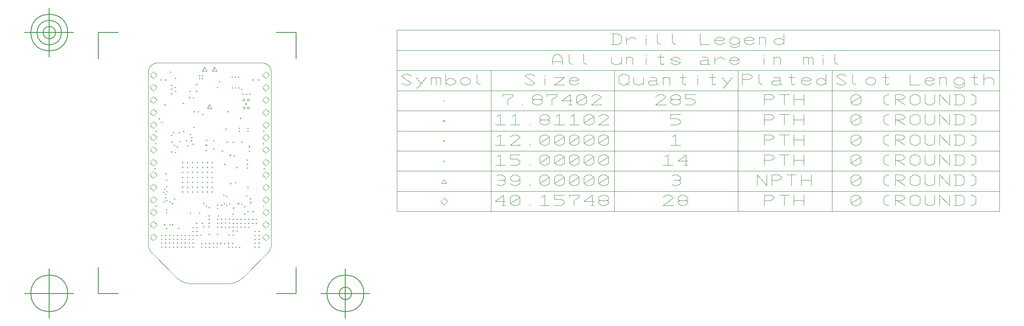
<source format=gbr>
G04 Generated by Ultiboard 11.0 *
%FSLAX25Y25*%
%MOIN*%

%ADD10C,0.00039*%
%ADD11C,0.00394*%
%ADD12C,0.00004*%
%ADD13C,0.00500*%


G04 ColorRGB 000000 for the following layer *
%LNDrill Symbols-Copper Top-Copper Bottom*%
%LPD*%
%FSLAX25Y25*%
%MOIN*%
G54D10*
X856Y-75000D02*
X1644Y-75000D01*
X1250Y-75394D02*
X1250Y-74606D01*
X36481Y-625D02*
X37269Y-625D01*
X36875Y-1019D02*
X36875Y-231D01*
X38669Y-625D02*
X39456Y-625D01*
X39063Y-1019D02*
X39063Y-231D01*
X67731Y-1562D02*
X68519Y-1562D01*
X68125Y-1956D02*
X68125Y-1169D01*
X62419Y-1562D02*
X63206Y-1562D01*
X62813Y-1956D02*
X62813Y-1169D01*
X65231Y-1562D02*
X66019Y-1562D01*
X65625Y-1956D02*
X65625Y-1169D01*
X31169Y-125312D02*
X31956Y-125312D01*
X31563Y-125706D02*
X31563Y-124919D01*
X34294Y-125312D02*
X35081Y-125312D01*
X34688Y-125706D02*
X34688Y-124919D01*
X66481Y-125000D02*
X67269Y-125000D01*
X66875Y-125394D02*
X66875Y-124606D01*
X63356Y-125000D02*
X64144Y-125000D01*
X63750Y-125394D02*
X63750Y-124606D01*
X83981Y-125312D02*
X84769Y-125312D01*
X84375Y-125706D02*
X84375Y-124919D01*
X80856Y-125312D02*
X81644Y-125312D01*
X81250Y-125706D02*
X81250Y-124919D01*
X63356Y-128125D02*
X64144Y-128125D01*
X63750Y-128519D02*
X63750Y-127731D01*
X62731Y-135000D02*
X63519Y-135000D01*
X63125Y-135394D02*
X63125Y-134606D01*
X62731Y-137812D02*
X63519Y-137812D01*
X63125Y-138206D02*
X63125Y-137419D01*
X31169Y-128437D02*
X31956Y-128437D01*
X31563Y-128831D02*
X31563Y-128044D01*
X31169Y-137812D02*
X31956Y-137812D01*
X31563Y-138206D02*
X31563Y-137419D01*
X31169Y-134687D02*
X31956Y-134687D01*
X31563Y-135081D02*
X31563Y-134294D01*
X31169Y-131562D02*
X31956Y-131562D01*
X31563Y-131956D02*
X31563Y-131169D01*
X15544Y-128437D02*
X16331Y-128437D01*
X15938Y-128831D02*
X15938Y-128044D01*
X15544Y-137812D02*
X16331Y-137812D01*
X15938Y-138206D02*
X15938Y-137419D01*
X15544Y-134687D02*
X16331Y-134687D01*
X15938Y-135081D02*
X15938Y-134294D01*
X15544Y-131562D02*
X16331Y-131562D01*
X15938Y-131956D02*
X15938Y-131169D01*
X6169Y-128437D02*
X6956Y-128437D01*
X6563Y-128831D02*
X6563Y-128044D01*
X6169Y-137812D02*
X6956Y-137812D01*
X6563Y-138206D02*
X6563Y-137419D01*
X6169Y-134687D02*
X6956Y-134687D01*
X6563Y-135081D02*
X6563Y-134294D01*
X6169Y-131562D02*
X6956Y-131562D01*
X6563Y-131956D02*
X6563Y-131169D01*
X12419Y-128437D02*
X13206Y-128437D01*
X12813Y-128831D02*
X12813Y-128044D01*
X9294Y-128437D02*
X10081Y-128437D01*
X9688Y-128831D02*
X9688Y-128044D01*
X12419Y-137812D02*
X13206Y-137812D01*
X12813Y-138206D02*
X12813Y-137419D01*
X12419Y-134687D02*
X13206Y-134687D01*
X12813Y-135081D02*
X12813Y-134294D01*
X12419Y-131562D02*
X13206Y-131562D01*
X12813Y-131956D02*
X12813Y-131169D01*
X9294Y-137812D02*
X10081Y-137812D01*
X9688Y-138206D02*
X9688Y-137419D01*
X9294Y-134687D02*
X10081Y-134687D01*
X9688Y-135081D02*
X9688Y-134294D01*
X9294Y-131562D02*
X10081Y-131562D01*
X9688Y-131956D02*
X9688Y-131169D01*
X21794Y-128437D02*
X22581Y-128437D01*
X22188Y-128831D02*
X22188Y-128044D01*
X21794Y-137812D02*
X22581Y-137812D01*
X22188Y-138206D02*
X22188Y-137419D01*
X21794Y-134687D02*
X22581Y-134687D01*
X22188Y-135081D02*
X22188Y-134294D01*
X21794Y-131562D02*
X22581Y-131562D01*
X22188Y-131956D02*
X22188Y-131169D01*
X18669Y-128437D02*
X19456Y-128437D01*
X19063Y-128831D02*
X19063Y-128044D01*
X18669Y-137812D02*
X19456Y-137812D01*
X19063Y-138206D02*
X19063Y-137419D01*
X18669Y-134687D02*
X19456Y-134687D01*
X19063Y-135081D02*
X19063Y-134294D01*
X18669Y-131562D02*
X19456Y-131562D01*
X19063Y-131956D02*
X19063Y-131169D01*
X28044Y-128437D02*
X28831Y-128437D01*
X28438Y-128831D02*
X28438Y-128044D01*
X24919Y-128437D02*
X25706Y-128437D01*
X25313Y-128831D02*
X25313Y-128044D01*
X28044Y-137812D02*
X28831Y-137812D01*
X28438Y-138206D02*
X28438Y-137419D01*
X28044Y-134687D02*
X28831Y-134687D01*
X28438Y-135081D02*
X28438Y-134294D01*
X28044Y-131562D02*
X28831Y-131562D01*
X28438Y-131956D02*
X28438Y-131169D01*
X24919Y-137812D02*
X25706Y-137812D01*
X25313Y-138206D02*
X25313Y-137419D01*
X24919Y-134687D02*
X25706Y-134687D01*
X25313Y-135081D02*
X25313Y-134294D01*
X24919Y-131562D02*
X25706Y-131562D01*
X25313Y-131956D02*
X25313Y-131169D01*
X47419Y-135000D02*
X48206Y-135000D01*
X47813Y-135394D02*
X47813Y-134606D01*
X47419Y-137812D02*
X48206Y-137812D01*
X47813Y-138206D02*
X47813Y-137419D01*
X37419Y-128125D02*
X38206Y-128125D01*
X37813Y-128519D02*
X37813Y-127731D01*
X38044Y-137812D02*
X38831Y-137812D01*
X38438Y-138206D02*
X38438Y-137419D01*
X38044Y-135000D02*
X38831Y-135000D01*
X38438Y-135394D02*
X38438Y-134606D01*
X34294Y-128437D02*
X35081Y-128437D01*
X34688Y-128831D02*
X34688Y-128044D01*
X44294Y-135000D02*
X45081Y-135000D01*
X44688Y-135394D02*
X44688Y-134606D01*
X44294Y-137812D02*
X45081Y-137812D01*
X44688Y-138206D02*
X44688Y-137419D01*
X41169Y-137812D02*
X41956Y-137812D01*
X41563Y-138206D02*
X41563Y-137419D01*
X41169Y-135000D02*
X41956Y-135000D01*
X41563Y-135394D02*
X41563Y-134606D01*
X43981Y-127500D02*
X44769Y-127500D01*
X44375Y-127894D02*
X44375Y-127106D01*
X53356Y-135000D02*
X54144Y-135000D01*
X53750Y-135394D02*
X53750Y-134606D01*
X50544Y-135000D02*
X51331Y-135000D01*
X50938Y-135394D02*
X50938Y-134606D01*
X50544Y-137812D02*
X51331Y-137812D01*
X50938Y-138206D02*
X50938Y-137419D01*
X50856Y-127500D02*
X51644Y-127500D01*
X51250Y-127894D02*
X51250Y-127106D01*
X60231Y-128125D02*
X61019Y-128125D01*
X60625Y-128519D02*
X60625Y-127731D01*
X59606Y-135000D02*
X60394Y-135000D01*
X60000Y-135394D02*
X60000Y-134606D01*
X56481Y-135000D02*
X57269Y-135000D01*
X56875Y-135394D02*
X56875Y-134606D01*
X59606Y-137812D02*
X60394Y-137812D01*
X60000Y-138206D02*
X60000Y-137419D01*
X68356Y-137812D02*
X69144Y-137812D01*
X68750Y-138206D02*
X68750Y-137419D01*
X65544Y-137812D02*
X66331Y-137812D01*
X65938Y-138206D02*
X65938Y-137419D01*
X83981Y-128437D02*
X84769Y-128437D01*
X84375Y-128831D02*
X84375Y-128044D01*
X83981Y-137812D02*
X84769Y-137812D01*
X84375Y-138206D02*
X84375Y-137419D01*
X83981Y-134687D02*
X84769Y-134687D01*
X84375Y-135081D02*
X84375Y-134294D01*
X83981Y-131562D02*
X84769Y-131562D01*
X84375Y-131956D02*
X84375Y-131169D01*
X80856Y-137812D02*
X81644Y-137812D01*
X81250Y-138206D02*
X81250Y-137419D01*
X80856Y-134687D02*
X81644Y-134687D01*
X81250Y-135081D02*
X81250Y-134294D01*
X80856Y-131562D02*
X81644Y-131562D01*
X81250Y-131956D02*
X81250Y-131169D01*
X80856Y-128437D02*
X81644Y-128437D01*
X81250Y-128831D02*
X81250Y-128044D01*
X60882Y-64750D02*
X61943Y-63690D01*
X60882Y-63690D02*
X61943Y-64750D01*
X63356Y-121875D02*
X64144Y-121875D01*
X63750Y-122269D02*
X63750Y-121481D01*
X63356Y-115625D02*
X64144Y-115625D01*
X63750Y-116019D02*
X63750Y-115231D01*
X63356Y-118750D02*
X64144Y-118750D01*
X63750Y-119144D02*
X63750Y-118356D01*
X63532Y-107093D02*
X64593Y-106032D01*
X63532Y-106032D02*
X64593Y-107093D01*
X61331Y-87032D02*
X62119Y-87032D01*
X61725Y-87426D02*
X61725Y-86639D01*
X63356Y-53750D02*
X64144Y-53750D01*
X63750Y-54144D02*
X63750Y-53356D01*
X62731Y-10312D02*
X63519Y-10312D01*
X63125Y-10706D02*
X63125Y-9919D01*
X63206Y-111407D02*
X63994Y-111407D01*
X63600Y-111801D02*
X63600Y-111014D01*
X13981Y-61562D02*
X14769Y-61562D01*
X14375Y-61956D02*
X14375Y-61169D01*
X17106Y-61875D02*
X17894Y-61875D01*
X17500Y-62269D02*
X17500Y-61481D01*
X31169Y-122187D02*
X31956Y-122187D01*
X31563Y-122581D02*
X31563Y-121794D01*
X30827Y-85807D02*
X31614Y-85807D01*
X31220Y-86201D02*
X31220Y-85413D01*
X30827Y-81870D02*
X31614Y-81870D01*
X31220Y-82264D02*
X31220Y-81476D01*
X30827Y-70059D02*
X31614Y-70059D01*
X31220Y-70453D02*
X31220Y-69665D01*
X30827Y-73996D02*
X31614Y-73996D01*
X31220Y-74390D02*
X31220Y-73602D01*
X30827Y-77933D02*
X31614Y-77933D01*
X31220Y-78327D02*
X31220Y-77539D01*
X30827Y-89744D02*
X31614Y-89744D01*
X31220Y-90138D02*
X31220Y-89350D01*
X30827Y-93681D02*
X31614Y-93681D01*
X31220Y-94075D02*
X31220Y-93287D01*
X9488Y-95647D02*
X10276Y-95647D01*
X9882Y-96041D02*
X9882Y-95253D01*
X7581Y-93907D02*
X8369Y-93907D01*
X7975Y-94301D02*
X7975Y-93514D01*
X10081Y-93282D02*
X10869Y-93282D01*
X10475Y-93676D02*
X10475Y-92889D01*
X26890Y-93681D02*
X27677Y-93681D01*
X27283Y-94075D02*
X27283Y-93287D01*
X22953Y-93681D02*
X23740Y-93681D01*
X23346Y-94075D02*
X23346Y-93287D01*
X16331Y-99220D02*
X17119Y-99220D01*
X16725Y-99614D02*
X16725Y-98826D01*
X14646Y-103031D02*
X15433Y-103031D01*
X15039Y-103425D02*
X15039Y-102638D01*
X14919Y-120000D02*
X15706Y-120000D01*
X15313Y-120394D02*
X15313Y-119606D01*
X10231Y-110312D02*
X11019Y-110312D01*
X10625Y-110706D02*
X10625Y-109919D01*
X12731Y-120000D02*
X13519Y-120000D01*
X13125Y-120394D02*
X13125Y-119606D01*
X8356Y-120000D02*
X9144Y-120000D01*
X8750Y-120394D02*
X8750Y-119606D01*
X9919Y-122812D02*
X10706Y-122812D01*
X10313Y-123206D02*
X10313Y-122419D01*
X1481Y-105000D02*
X2269Y-105000D01*
X1875Y-105394D02*
X1875Y-104606D01*
X9176Y-98147D02*
X9963Y-98147D01*
X9569Y-98541D02*
X9569Y-97753D01*
X12731Y-101562D02*
X13519Y-101562D01*
X13125Y-101956D02*
X13125Y-101169D01*
X10231Y-107812D02*
X11019Y-107812D01*
X10625Y-108206D02*
X10625Y-107419D01*
X8044Y-101562D02*
X8831Y-101562D01*
X8438Y-101956D02*
X8438Y-101169D01*
X10231Y-100625D02*
X11019Y-100625D01*
X10625Y-101019D02*
X10625Y-100231D01*
X28981Y-110625D02*
X29769Y-110625D01*
X29375Y-111019D02*
X29375Y-110231D01*
X19606Y-122812D02*
X20394Y-122812D01*
X20000Y-123206D02*
X20000Y-122419D01*
X9606Y-79062D02*
X10394Y-79062D01*
X10000Y-79456D02*
X10000Y-78669D01*
X10081Y-84220D02*
X10869Y-84220D01*
X10475Y-84614D02*
X10475Y-83826D01*
X10081Y-89532D02*
X10869Y-89532D01*
X10475Y-89926D02*
X10475Y-89139D01*
X8519Y-91407D02*
X9306Y-91407D01*
X8912Y-91801D02*
X8912Y-91014D01*
X26890Y-77933D02*
X27677Y-77933D01*
X27283Y-78327D02*
X27283Y-77539D01*
X22953Y-77933D02*
X23740Y-77933D01*
X23346Y-78327D02*
X23346Y-77539D01*
X26890Y-85807D02*
X27677Y-85807D01*
X27283Y-86201D02*
X27283Y-85413D01*
X22953Y-85807D02*
X23740Y-85807D01*
X23346Y-86201D02*
X23346Y-85413D01*
X26890Y-81870D02*
X27677Y-81870D01*
X27283Y-82264D02*
X27283Y-81476D01*
X22953Y-81870D02*
X23740Y-81870D01*
X23346Y-82264D02*
X23346Y-81476D01*
X26890Y-89744D02*
X27677Y-89744D01*
X27283Y-90138D02*
X27283Y-89350D01*
X22953Y-89744D02*
X23740Y-89744D01*
X23346Y-90138D02*
X23346Y-89350D01*
X26890Y-70059D02*
X27677Y-70059D01*
X27283Y-70453D02*
X27283Y-69665D01*
X26890Y-73996D02*
X27677Y-73996D01*
X27283Y-74390D02*
X27283Y-73602D01*
X22953Y-70059D02*
X23740Y-70059D01*
X23346Y-70453D02*
X23346Y-69665D01*
X22953Y-73996D02*
X23740Y-73996D01*
X23346Y-74390D02*
X23346Y-73602D01*
X46575Y-93681D02*
X47362Y-93681D01*
X46969Y-94075D02*
X46969Y-93287D01*
X34764Y-93681D02*
X35551Y-93681D01*
X35157Y-94075D02*
X35157Y-93287D01*
X38701Y-93681D02*
X39488Y-93681D01*
X39094Y-94075D02*
X39094Y-93287D01*
X42638Y-93681D02*
X43425Y-93681D01*
X43032Y-94075D02*
X43032Y-93287D01*
X36521Y-110531D02*
X37308Y-110531D01*
X36914Y-110925D02*
X36914Y-110138D01*
X34294Y-122187D02*
X35081Y-122187D01*
X34688Y-122581D02*
X34688Y-121794D01*
X43981Y-112812D02*
X44769Y-112812D01*
X44375Y-113206D02*
X44375Y-112419D01*
X43981Y-121562D02*
X44769Y-121562D01*
X44375Y-121956D02*
X44375Y-121169D01*
X43981Y-118750D02*
X44769Y-118750D01*
X44375Y-119144D02*
X44375Y-118356D01*
X43981Y-115625D02*
X44769Y-115625D01*
X44375Y-116019D02*
X44375Y-115231D01*
X39606Y-121562D02*
X40394Y-121562D01*
X40000Y-121956D02*
X40000Y-121169D01*
X33981Y-118745D02*
X34769Y-118745D01*
X34375Y-119139D02*
X34375Y-118351D01*
X38669Y-118757D02*
X39456Y-118757D01*
X39063Y-119151D02*
X39063Y-118364D01*
X43981Y-106250D02*
X44769Y-106250D01*
X44375Y-106644D02*
X44375Y-105856D01*
X41794Y-105000D02*
X42581Y-105000D01*
X42188Y-105394D02*
X42188Y-104606D01*
X39902Y-102766D02*
X40689Y-102766D01*
X40295Y-103159D02*
X40295Y-102372D01*
X51481Y-112812D02*
X52269Y-112812D01*
X51875Y-113206D02*
X51875Y-112419D01*
X50856Y-121875D02*
X51644Y-121875D01*
X51250Y-122269D02*
X51250Y-121481D01*
X50856Y-118750D02*
X51644Y-118750D01*
X51250Y-119144D02*
X51250Y-118356D01*
X50856Y-115625D02*
X51644Y-115625D01*
X51250Y-116019D02*
X51250Y-115231D01*
X60231Y-121875D02*
X61019Y-121875D01*
X60625Y-122269D02*
X60625Y-121481D01*
X60231Y-115625D02*
X61019Y-115625D01*
X60625Y-116019D02*
X60625Y-115231D01*
X60231Y-118437D02*
X61019Y-118437D01*
X60625Y-118831D02*
X60625Y-118044D01*
X57106Y-115625D02*
X57894Y-115625D01*
X57500Y-116019D02*
X57500Y-115231D01*
X53981Y-115625D02*
X54769Y-115625D01*
X54375Y-116019D02*
X54375Y-115231D01*
X57106Y-118437D02*
X57894Y-118437D01*
X57500Y-118831D02*
X57500Y-118044D01*
X53981Y-118437D02*
X54769Y-118437D01*
X54375Y-118831D02*
X54375Y-118044D01*
X57106Y-121875D02*
X57894Y-121875D01*
X57500Y-122269D02*
X57500Y-121481D01*
X53981Y-121875D02*
X54769Y-121875D01*
X54375Y-122269D02*
X54375Y-121481D01*
X50856Y-104063D02*
X51644Y-104063D01*
X51250Y-104456D02*
X51250Y-103669D01*
X50856Y-106875D02*
X51644Y-106875D01*
X51250Y-107269D02*
X51250Y-106481D01*
X58238Y-97210D02*
X59026Y-97210D01*
X58632Y-97603D02*
X58632Y-96816D01*
X60394Y-103282D02*
X61181Y-103282D01*
X60787Y-103676D02*
X60787Y-102889D01*
X58044Y-104375D02*
X58831Y-104375D01*
X58438Y-104769D02*
X58438Y-103981D01*
X56208Y-103031D02*
X56996Y-103031D01*
X56602Y-103425D02*
X56602Y-102638D01*
X53981Y-104375D02*
X54769Y-104375D01*
X54375Y-104769D02*
X54375Y-103981D01*
X55856Y-96250D02*
X56644Y-96250D01*
X56250Y-96644D02*
X56250Y-95856D01*
X46575Y-85807D02*
X47362Y-85807D01*
X46969Y-86201D02*
X46969Y-85413D01*
X46575Y-89744D02*
X47362Y-89744D01*
X46969Y-90138D02*
X46969Y-89350D01*
X46575Y-70059D02*
X47362Y-70059D01*
X46969Y-70453D02*
X46969Y-69665D01*
X46575Y-81870D02*
X47362Y-81870D01*
X46969Y-82264D02*
X46969Y-81476D01*
X46575Y-73996D02*
X47362Y-73996D01*
X46969Y-74390D02*
X46969Y-73602D01*
X46575Y-77933D02*
X47362Y-77933D01*
X46969Y-78327D02*
X46969Y-77539D01*
X34764Y-77933D02*
X35551Y-77933D01*
X35157Y-78327D02*
X35157Y-77539D01*
X42638Y-77933D02*
X43425Y-77933D01*
X43032Y-78327D02*
X43032Y-77539D01*
X38701Y-77933D02*
X39488Y-77933D01*
X39094Y-78327D02*
X39094Y-77539D01*
X34764Y-85807D02*
X35551Y-85807D01*
X35157Y-86201D02*
X35157Y-85413D01*
X38701Y-85807D02*
X39488Y-85807D01*
X39094Y-86201D02*
X39094Y-85413D01*
X42638Y-85807D02*
X43425Y-85807D01*
X43032Y-86201D02*
X43032Y-85413D01*
X34764Y-81870D02*
X35551Y-81870D01*
X35157Y-82264D02*
X35157Y-81476D01*
X42638Y-81870D02*
X43425Y-81870D01*
X43032Y-82264D02*
X43032Y-81476D01*
X38701Y-81870D02*
X39488Y-81870D01*
X39094Y-82264D02*
X39094Y-81476D01*
X34764Y-89744D02*
X35551Y-89744D01*
X35157Y-90138D02*
X35157Y-89350D01*
X38701Y-89744D02*
X39488Y-89744D01*
X39094Y-90138D02*
X39094Y-89350D01*
X42638Y-89744D02*
X43425Y-89744D01*
X43032Y-90138D02*
X43032Y-89350D01*
X34764Y-70059D02*
X35551Y-70059D01*
X35157Y-70453D02*
X35157Y-69665D01*
X34764Y-73996D02*
X35551Y-73996D01*
X35157Y-74390D02*
X35157Y-73602D01*
X42638Y-70059D02*
X43425Y-70059D01*
X43032Y-70453D02*
X43032Y-69665D01*
X42638Y-73996D02*
X43425Y-73996D01*
X43032Y-74390D02*
X43032Y-73602D01*
X38701Y-70059D02*
X39488Y-70059D01*
X39094Y-70453D02*
X39094Y-69665D01*
X38701Y-73996D02*
X39488Y-73996D01*
X39094Y-74390D02*
X39094Y-73602D01*
X56644Y-71407D02*
X57431Y-71407D01*
X57037Y-71801D02*
X57037Y-71014D01*
X30271Y-50219D02*
X31058Y-50219D01*
X30664Y-50613D02*
X30664Y-49825D01*
X29919Y-52500D02*
X30706Y-52500D01*
X30313Y-52894D02*
X30313Y-52106D01*
X31032Y-55843D02*
X32093Y-54782D01*
X31032Y-54782D02*
X32093Y-55843D01*
X31794Y-41875D02*
X32581Y-41875D01*
X32188Y-42269D02*
X32188Y-41481D01*
X31506Y-18125D02*
X32294Y-18125D01*
X31900Y-18519D02*
X31900Y-17731D01*
X32106Y-29375D02*
X32894Y-29375D01*
X32500Y-29769D02*
X32500Y-28981D01*
X13981Y-48125D02*
X14769Y-48125D01*
X14375Y-48519D02*
X14375Y-47731D01*
X15544Y-45937D02*
X16331Y-45937D01*
X15938Y-46331D02*
X15938Y-45544D01*
X14157Y-54280D02*
X15218Y-53220D01*
X14157Y-53220D02*
X15218Y-54280D01*
X16481Y-56250D02*
X17269Y-56250D01*
X16875Y-56644D02*
X16875Y-55856D01*
X1481Y-55000D02*
X2269Y-55000D01*
X1875Y-55394D02*
X1875Y-54606D01*
X3981Y-35000D02*
X4769Y-35000D01*
X4375Y-35394D02*
X4375Y-34606D01*
X6169Y-37812D02*
X6956Y-37812D01*
X6563Y-38206D02*
X6563Y-37419D01*
X1481Y-45000D02*
X2269Y-45000D01*
X1875Y-45394D02*
X1875Y-44606D01*
X20231Y-46250D02*
X21019Y-46250D01*
X20625Y-46644D02*
X20625Y-45856D01*
X28981Y-47500D02*
X29769Y-47500D01*
X29375Y-47894D02*
X29375Y-47106D01*
X20856Y-53125D02*
X21644Y-53125D01*
X21250Y-53519D02*
X21250Y-52731D01*
X18669Y-57500D02*
X19456Y-57500D01*
X19063Y-57894D02*
X19063Y-57106D01*
X25856Y-52500D02*
X26644Y-52500D01*
X26250Y-52894D02*
X26250Y-52106D01*
X26794Y-56562D02*
X27581Y-56562D01*
X27188Y-56956D02*
X27188Y-56169D01*
X23669Y-45313D02*
X24456Y-45313D01*
X24063Y-45706D02*
X24063Y-44919D01*
X16794Y-2500D02*
X17581Y-2500D01*
X17188Y-2894D02*
X17188Y-2106D01*
X13981Y-8125D02*
X14769Y-8125D01*
X14375Y-8519D02*
X14375Y-7731D01*
X13981Y-15000D02*
X14769Y-15000D01*
X14375Y-15394D02*
X14375Y-14606D01*
X13981Y-11250D02*
X14769Y-11250D01*
X14375Y-11644D02*
X14375Y-10856D01*
X8669Y-23750D02*
X9456Y-23750D01*
X9063Y-24144D02*
X9063Y-23356D01*
X5544Y-3750D02*
X6331Y-3750D01*
X5938Y-4144D02*
X5938Y-3356D01*
X9294Y-3750D02*
X10081Y-3750D01*
X9688Y-4144D02*
X9688Y-3356D01*
X28150Y-18125D02*
G75*
D01*
G02X28150Y-18125I600J0*
G01*
X23356Y-22500D02*
X24144Y-22500D01*
X23750Y-22894D02*
X23750Y-22106D01*
X17269Y-12970D02*
X18056Y-12970D01*
X17662Y-13364D02*
X17662Y-12576D01*
X16956Y-9845D02*
X17744Y-9845D01*
X17350Y-10239D02*
X17350Y-9451D01*
X28831Y-12970D02*
X29619Y-12970D01*
X29225Y-13364D02*
X29225Y-12576D01*
X38981Y-31562D02*
X39769Y-31562D01*
X39375Y-31956D02*
X39375Y-31169D01*
X47731Y-59062D02*
X48519Y-59062D01*
X48125Y-59456D02*
X48125Y-58669D01*
X47731Y-52500D02*
X48519Y-52500D01*
X48125Y-52894D02*
X48125Y-52106D01*
X42106Y-52187D02*
X42894Y-52187D01*
X42500Y-52581D02*
X42500Y-51794D01*
X41657Y-56468D02*
X42718Y-55407D01*
X41657Y-55407D02*
X42718Y-56468D01*
X41794Y-60313D02*
X42581Y-60313D01*
X42188Y-60706D02*
X42188Y-59919D01*
X58356Y-53750D02*
X59144Y-53750D01*
X58750Y-54144D02*
X58750Y-53356D01*
X54646Y-60844D02*
X55433Y-60844D01*
X55039Y-61238D02*
X55039Y-60450D01*
X57581Y-43282D02*
X58369Y-43282D01*
X57975Y-43676D02*
X57975Y-42889D01*
X35544Y-29375D02*
X36331Y-29375D01*
X35938Y-29769D02*
X35938Y-28981D01*
X36481Y-2812D02*
X37269Y-2812D01*
X36875Y-3206D02*
X36875Y-2419D01*
X33981Y-12812D02*
X34769Y-12812D01*
X34375Y-13206D02*
X34375Y-12419D01*
X33981Y-7500D02*
X34769Y-7500D01*
X34375Y-7894D02*
X34375Y-7106D01*
X38669Y-2812D02*
X39456Y-2812D01*
X39063Y-3206D02*
X39063Y-2419D01*
X59294Y-29375D02*
X60081Y-29375D01*
X59688Y-29769D02*
X59688Y-28981D01*
X50906Y-9843D02*
X51693Y-9843D01*
X51299Y-10236D02*
X51299Y-9449D01*
X52419Y-5180D02*
X53206Y-5180D01*
X52813Y-5573D02*
X52813Y-4786D01*
X78981Y-109375D02*
X79769Y-109375D01*
X79375Y-109769D02*
X79375Y-108981D01*
X78981Y-118750D02*
X79769Y-118750D01*
X79375Y-119144D02*
X79375Y-118356D01*
X78981Y-115625D02*
X79769Y-115625D01*
X79375Y-116019D02*
X79375Y-115231D01*
X77282Y-99593D02*
X78343Y-98532D01*
X77282Y-98532D02*
X78343Y-99593D01*
X77282Y-102718D02*
X78343Y-101657D01*
X77282Y-101657D02*
X78343Y-102718D01*
X75231Y-109375D02*
X76019Y-109375D01*
X75625Y-109769D02*
X75625Y-108981D01*
X72584Y-111398D02*
X73371Y-111398D01*
X72977Y-111791D02*
X72977Y-111004D01*
X69606Y-121875D02*
X70394Y-121875D01*
X70000Y-122269D02*
X70000Y-121481D01*
X69606Y-115625D02*
X70394Y-115625D01*
X70000Y-116019D02*
X70000Y-115231D01*
X69606Y-118750D02*
X70394Y-118750D01*
X70000Y-119144D02*
X70000Y-118356D01*
X66481Y-121875D02*
X67269Y-121875D01*
X66875Y-122269D02*
X66875Y-121481D01*
X66481Y-115625D02*
X67269Y-115625D01*
X66875Y-116019D02*
X66875Y-115231D01*
X66481Y-118750D02*
X67269Y-118750D01*
X66875Y-119144D02*
X66875Y-118356D01*
X75856Y-121875D02*
X76644Y-121875D01*
X76250Y-122269D02*
X76250Y-121481D01*
X75856Y-115625D02*
X76644Y-115625D01*
X76250Y-116019D02*
X76250Y-115231D01*
X75856Y-118750D02*
X76644Y-118750D01*
X76250Y-119144D02*
X76250Y-118356D01*
X72731Y-121875D02*
X73519Y-121875D01*
X73125Y-122269D02*
X73125Y-121481D01*
X72731Y-115625D02*
X73519Y-115625D01*
X73125Y-116019D02*
X73125Y-115231D01*
X72731Y-118750D02*
X73519Y-118750D01*
X73125Y-119144D02*
X73125Y-118356D01*
X67322Y-103562D02*
X68382Y-102501D01*
X67322Y-102501D02*
X68382Y-103562D01*
X74144Y-96720D02*
X74931Y-96720D01*
X74537Y-97114D02*
X74537Y-96326D01*
X72581Y-105470D02*
X73369Y-105470D01*
X72975Y-105864D02*
X72975Y-105076D01*
X70231Y-103438D02*
X71019Y-103438D01*
X70625Y-103831D02*
X70625Y-103044D01*
X81794Y-118750D02*
X82581Y-118750D01*
X82188Y-119144D02*
X82188Y-118356D01*
X81794Y-115625D02*
X82581Y-115625D01*
X82188Y-116019D02*
X82188Y-115231D01*
X87726Y-105271D02*
X88514Y-105271D01*
X88120Y-105664D02*
X88120Y-104877D01*
X65231Y-86250D02*
X66019Y-86250D01*
X65625Y-86644D02*
X65625Y-85856D01*
X75231Y-90000D02*
X76019Y-90000D01*
X75625Y-90394D02*
X75625Y-89606D01*
X66032Y-74593D02*
X67093Y-73532D01*
X66032Y-73532D02*
X67093Y-74593D01*
X64294Y-64687D02*
X65081Y-64687D01*
X64688Y-65081D02*
X64688Y-64294D01*
X74470Y-68655D02*
X75530Y-67595D01*
X74470Y-67595D02*
X75530Y-68655D01*
X74470Y-74905D02*
X75530Y-73845D01*
X74470Y-73845D02*
X75530Y-74905D01*
X74470Y-71780D02*
X75530Y-70720D01*
X74470Y-70720D02*
X75530Y-71780D01*
X88110Y-75098D02*
X88898Y-75098D01*
X88504Y-75492D02*
X88504Y-74705D01*
X76032Y-57718D02*
X77093Y-56657D01*
X76032Y-56657D02*
X77093Y-57718D01*
X76032Y-61468D02*
X77093Y-60407D01*
X76032Y-60407D02*
X77093Y-61468D01*
X70271Y-53656D02*
X71058Y-53656D01*
X70664Y-54050D02*
X70664Y-53263D01*
X69294Y-34687D02*
X70081Y-34687D01*
X69688Y-35081D02*
X69688Y-34294D01*
X68044Y-42500D02*
X68831Y-42500D01*
X68438Y-42894D02*
X68438Y-42106D01*
X68044Y-45000D02*
X68831Y-45000D01*
X68438Y-45394D02*
X68438Y-44606D01*
X75231Y-42500D02*
X76019Y-42500D01*
X75625Y-42894D02*
X75625Y-42106D01*
X75231Y-45000D02*
X76019Y-45000D01*
X75625Y-45394D02*
X75625Y-44606D01*
X87419Y-55000D02*
X88206Y-55000D01*
X87813Y-55394D02*
X87813Y-54606D01*
X87731Y-45000D02*
X88519Y-45000D01*
X88125Y-45394D02*
X88125Y-44606D01*
X79294Y-3750D02*
X80081Y-3750D01*
X79688Y-4144D02*
X79688Y-3356D01*
X76794Y-15312D02*
X77581Y-15312D01*
X77188Y-15706D02*
X77188Y-14919D01*
X73981Y-15312D02*
X74769Y-15312D01*
X74375Y-15706D02*
X74375Y-14919D01*
X71169Y-15312D02*
X71956Y-15312D01*
X71563Y-15706D02*
X71563Y-14919D01*
X75332Y-20482D02*
X76513Y-20482D01*
X76513Y-20482D02*
X76513Y-19301D01*
X76513Y-19301D02*
X75332Y-19301D01*
X75332Y-19301D02*
X75332Y-20482D01*
X71582Y-20482D02*
X72763Y-20482D01*
X72763Y-20482D02*
X72763Y-19301D01*
X72763Y-19301D02*
X71582Y-19301D01*
X71582Y-19301D02*
X71582Y-20482D01*
X75332Y-26732D02*
X76513Y-26732D01*
X76513Y-26732D02*
X76513Y-25551D01*
X76513Y-25551D02*
X75332Y-25551D01*
X75332Y-25551D02*
X75332Y-26732D01*
X73457Y-23607D02*
X74638Y-23607D01*
X74638Y-23607D02*
X74638Y-22426D01*
X74638Y-22426D02*
X73457Y-22426D01*
X73457Y-22426D02*
X73457Y-23607D01*
X71894Y-26732D02*
X73075Y-26732D01*
X73075Y-26732D02*
X73075Y-25551D01*
X73075Y-25551D02*
X71894Y-25551D01*
X71894Y-25551D02*
X71894Y-26732D01*
X67731Y-10312D02*
X68519Y-10312D01*
X68125Y-10706D02*
X68125Y-9919D01*
X65231Y-10312D02*
X66019Y-10312D01*
X65625Y-10706D02*
X65625Y-9919D01*
X70231Y-11250D02*
X71019Y-11250D01*
X70625Y-11644D02*
X70625Y-10856D01*
X83669Y-3750D02*
X84456Y-3750D01*
X84063Y-4144D02*
X84063Y-3356D01*
X13044Y2406D02*
X13831Y2406D01*
X13438Y2013D02*
X13438Y2800D01*
X43050Y-26950D02*
X46950Y-26950D01*
X46950Y-26950D02*
X45000Y-23621D01*
X45000Y-23621D02*
X43050Y-26950D01*
X47050Y3050D02*
X50950Y3050D01*
X50950Y3050D02*
X49000Y6379D01*
X49000Y6379D02*
X47050Y3050D01*
X39050Y3050D02*
X42950Y3050D01*
X42950Y3050D02*
X41000Y6379D01*
X41000Y6379D02*
X39050Y3050D01*
X230648Y-87039D02*
X234548Y-87039D01*
X234548Y-87039D02*
X232598Y-83710D01*
X232598Y-83710D02*
X230648Y-87039D01*
X232068Y-69477D02*
X233129Y-68417D01*
X232068Y-68417D02*
X233129Y-69477D01*
X231998Y-52805D02*
G75*
D01*
G02X231998Y-52805I600J0*
G01*
X232008Y-37254D02*
X233189Y-37254D01*
X233189Y-37254D02*
X233189Y-36073D01*
X233189Y-36073D02*
X232008Y-36073D01*
X232008Y-36073D02*
X232008Y-37254D01*
X232205Y-20522D02*
X232992Y-20522D01*
X232598Y-20915D02*
X232598Y-20128D01*
G54D11*
X0Y-2840D02*
X2840Y0D01*
X2840Y0D02*
X0Y2840D01*
X0Y2840D02*
X-2840Y0D01*
X-2840Y0D02*
X0Y-2840D01*
X0Y-132840D02*
X2840Y-130000D01*
X2840Y-130000D02*
X0Y-127160D01*
X0Y-127160D02*
X-2840Y-130000D01*
X-2840Y-130000D02*
X0Y-132840D01*
X0Y-62840D02*
X2840Y-60000D01*
X2840Y-60000D02*
X0Y-57160D01*
X0Y-57160D02*
X-2840Y-60000D01*
X-2840Y-60000D02*
X0Y-62840D01*
X0Y-112840D02*
X2840Y-110000D01*
X2840Y-110000D02*
X0Y-107160D01*
X0Y-107160D02*
X-2840Y-110000D01*
X-2840Y-110000D02*
X0Y-112840D01*
X0Y-122840D02*
X2840Y-120000D01*
X2840Y-120000D02*
X0Y-117160D01*
X0Y-117160D02*
X-2840Y-120000D01*
X-2840Y-120000D02*
X0Y-122840D01*
X0Y-102840D02*
X2840Y-100000D01*
X2840Y-100000D02*
X0Y-97160D01*
X0Y-97160D02*
X-2840Y-100000D01*
X-2840Y-100000D02*
X0Y-102840D01*
X0Y-82840D02*
X2840Y-80000D01*
X2840Y-80000D02*
X0Y-77160D01*
X0Y-77160D02*
X-2840Y-80000D01*
X-2840Y-80000D02*
X0Y-82840D01*
X0Y-92840D02*
X2840Y-90000D01*
X2840Y-90000D02*
X0Y-87160D01*
X0Y-87160D02*
X-2840Y-90000D01*
X-2840Y-90000D02*
X0Y-92840D01*
X0Y-72840D02*
X2840Y-70000D01*
X2840Y-70000D02*
X0Y-67160D01*
X0Y-67160D02*
X-2840Y-70000D01*
X-2840Y-70000D02*
X0Y-72840D01*
X0Y-32840D02*
X2840Y-30000D01*
X2840Y-30000D02*
X0Y-27160D01*
X0Y-27160D02*
X-2840Y-30000D01*
X-2840Y-30000D02*
X0Y-32840D01*
X0Y-52840D02*
X2840Y-50000D01*
X2840Y-50000D02*
X0Y-47160D01*
X0Y-47160D02*
X-2840Y-50000D01*
X-2840Y-50000D02*
X0Y-52840D01*
X0Y-42840D02*
X2840Y-40000D01*
X2840Y-40000D02*
X0Y-37160D01*
X0Y-37160D02*
X-2840Y-40000D01*
X-2840Y-40000D02*
X0Y-42840D01*
X0Y-22840D02*
X2840Y-20000D01*
X2840Y-20000D02*
X0Y-17160D01*
X0Y-17160D02*
X-2840Y-20000D01*
X-2840Y-20000D02*
X0Y-22840D01*
X0Y-12840D02*
X2840Y-10000D01*
X2840Y-10000D02*
X0Y-7160D01*
X0Y-7160D02*
X-2840Y-10000D01*
X-2840Y-10000D02*
X0Y-12840D01*
X90000Y-2840D02*
X92840Y0D01*
X92840Y0D02*
X90000Y2840D01*
X90000Y2840D02*
X87160Y0D01*
X87160Y0D02*
X90000Y-2840D01*
X90000Y-132840D02*
X92840Y-130000D01*
X92840Y-130000D02*
X90000Y-127160D01*
X90000Y-127160D02*
X87160Y-130000D01*
X87160Y-130000D02*
X90000Y-132840D01*
X90000Y-62840D02*
X92840Y-60000D01*
X92840Y-60000D02*
X90000Y-57160D01*
X90000Y-57160D02*
X87160Y-60000D01*
X87160Y-60000D02*
X90000Y-62840D01*
X90000Y-112840D02*
X92840Y-110000D01*
X92840Y-110000D02*
X90000Y-107160D01*
X90000Y-107160D02*
X87160Y-110000D01*
X87160Y-110000D02*
X90000Y-112840D01*
X90000Y-122840D02*
X92840Y-120000D01*
X92840Y-120000D02*
X90000Y-117160D01*
X90000Y-117160D02*
X87160Y-120000D01*
X87160Y-120000D02*
X90000Y-122840D01*
X90000Y-102840D02*
X92840Y-100000D01*
X92840Y-100000D02*
X90000Y-97160D01*
X90000Y-97160D02*
X87160Y-100000D01*
X87160Y-100000D02*
X90000Y-102840D01*
X90000Y-82840D02*
X92840Y-80000D01*
X92840Y-80000D02*
X90000Y-77160D01*
X90000Y-77160D02*
X87160Y-80000D01*
X87160Y-80000D02*
X90000Y-82840D01*
X90000Y-92840D02*
X92840Y-90000D01*
X92840Y-90000D02*
X90000Y-87160D01*
X90000Y-87160D02*
X87160Y-90000D01*
X87160Y-90000D02*
X90000Y-92840D01*
X90000Y-72840D02*
X92840Y-70000D01*
X92840Y-70000D02*
X90000Y-67160D01*
X90000Y-67160D02*
X87160Y-70000D01*
X87160Y-70000D02*
X90000Y-72840D01*
X90000Y-32840D02*
X92840Y-30000D01*
X92840Y-30000D02*
X90000Y-27160D01*
X90000Y-27160D02*
X87160Y-30000D01*
X87160Y-30000D02*
X90000Y-32840D01*
X90000Y-52840D02*
X92840Y-50000D01*
X92840Y-50000D02*
X90000Y-47160D01*
X90000Y-47160D02*
X87160Y-50000D01*
X87160Y-50000D02*
X90000Y-52840D01*
X90000Y-42840D02*
X92840Y-40000D01*
X92840Y-40000D02*
X90000Y-37160D01*
X90000Y-37160D02*
X87160Y-40000D01*
X87160Y-40000D02*
X90000Y-42840D01*
X90000Y-22840D02*
X92840Y-20000D01*
X92840Y-20000D02*
X90000Y-17160D01*
X90000Y-17160D02*
X87160Y-20000D01*
X87160Y-20000D02*
X90000Y-22840D01*
X90000Y-12840D02*
X92840Y-10000D01*
X92840Y-10000D02*
X90000Y-7160D01*
X90000Y-7160D02*
X87160Y-10000D01*
X87160Y-10000D02*
X90000Y-12840D01*
X195000Y-109301D02*
X677283Y-109301D01*
X677283Y-109301D02*
X677283Y35974D01*
X677283Y35974D02*
X195000Y35974D01*
X195000Y35974D02*
X195000Y-109301D01*
X198478Y-6067D02*
X201102Y-7754D01*
X201102Y-7754D02*
X203727Y-7754D01*
X203727Y-7754D02*
X206352Y-6067D01*
X206352Y-6067D02*
X198478Y-1005D01*
X198478Y-1005D02*
X201102Y682D01*
X201102Y682D02*
X203727Y682D01*
X203727Y682D02*
X206352Y-1005D01*
X210289Y-10285D02*
X211601Y-10285D01*
X211601Y-10285D02*
X218163Y-1849D01*
X210289Y-1849D02*
X214226Y-6911D01*
X222100Y-7754D02*
X222100Y-2693D01*
X222100Y-2693D02*
X222100Y-1849D01*
X222100Y-2693D02*
X223412Y-1849D01*
X223412Y-1849D02*
X224724Y-1849D01*
X224724Y-1849D02*
X226037Y-2693D01*
X226037Y-2693D02*
X227349Y-1849D01*
X227349Y-1849D02*
X228661Y-1849D01*
X228661Y-1849D02*
X229974Y-2693D01*
X229974Y-2693D02*
X229974Y-7754D01*
X226037Y-2693D02*
X226037Y-7754D01*
X233911Y-6067D02*
X236535Y-7754D01*
X236535Y-7754D02*
X239160Y-7754D01*
X239160Y-7754D02*
X241785Y-6067D01*
X241785Y-6067D02*
X241785Y-4380D01*
X241785Y-4380D02*
X239160Y-2693D01*
X239160Y-2693D02*
X236535Y-2693D01*
X236535Y-2693D02*
X233911Y-4380D01*
X233911Y682D02*
X233911Y-7754D01*
X245722Y-6067D02*
X248346Y-7754D01*
X248346Y-7754D02*
X250971Y-7754D01*
X250971Y-7754D02*
X253596Y-6067D01*
X253596Y-6067D02*
X253596Y-3536D01*
X253596Y-3536D02*
X250971Y-1849D01*
X250971Y-1849D02*
X248346Y-1849D01*
X248346Y-1849D02*
X245722Y-3536D01*
X245722Y-3536D02*
X245722Y-6067D01*
X258845Y682D02*
X258845Y-6067D01*
X258845Y-6067D02*
X261470Y-7754D01*
X270197Y3691D02*
X270197Y-109301D01*
X297297Y-6067D02*
X299921Y-7754D01*
X299921Y-7754D02*
X302546Y-7754D01*
X302546Y-7754D02*
X305171Y-6067D01*
X305171Y-6067D02*
X297297Y-1005D01*
X297297Y-1005D02*
X299921Y682D01*
X299921Y682D02*
X302546Y682D01*
X302546Y682D02*
X305171Y-1005D01*
X313045Y-7754D02*
X313045Y-2693D01*
X313045Y-1005D02*
X313045Y-162D01*
X320919Y-1849D02*
X328793Y-1849D01*
X328793Y-1849D02*
X320919Y-7754D01*
X320919Y-7754D02*
X328793Y-7754D01*
X340604Y-6067D02*
X337979Y-7754D01*
X337979Y-7754D02*
X335354Y-7754D01*
X335354Y-7754D02*
X332730Y-6067D01*
X332730Y-6067D02*
X332730Y-3536D01*
X332730Y-3536D02*
X335354Y-1849D01*
X335354Y-1849D02*
X337979Y-1849D01*
X337979Y-1849D02*
X340604Y-3536D01*
X340604Y-3536D02*
X339291Y-4380D01*
X339291Y-4380D02*
X332730Y-4380D01*
X369016Y3691D02*
X369016Y-109301D01*
X372493Y-6067D02*
X375118Y-7754D01*
X375118Y-7754D02*
X377743Y-7754D01*
X377743Y-7754D02*
X380367Y-6067D01*
X380367Y-6067D02*
X380367Y-1005D01*
X380367Y-1005D02*
X377743Y682D01*
X377743Y682D02*
X375118Y682D01*
X375118Y682D02*
X372493Y-1005D01*
X372493Y-1005D02*
X372493Y-6067D01*
X377743Y-6067D02*
X380367Y-7754D01*
X384304Y-1849D02*
X384304Y-6067D01*
X384304Y-6067D02*
X386929Y-7754D01*
X386929Y-7754D02*
X389554Y-7754D01*
X389554Y-7754D02*
X392178Y-6067D01*
X392178Y-6067D02*
X392178Y-1849D01*
X392178Y-6067D02*
X392178Y-7754D01*
X397428Y-1849D02*
X401365Y-1849D01*
X401365Y-1849D02*
X402677Y-2693D01*
X402677Y-2693D02*
X402677Y-6911D01*
X402677Y-6911D02*
X401365Y-7754D01*
X401365Y-7754D02*
X397428Y-7754D01*
X397428Y-7754D02*
X396115Y-6911D01*
X396115Y-6911D02*
X396115Y-5224D01*
X396115Y-5224D02*
X397428Y-4380D01*
X397428Y-4380D02*
X402677Y-4380D01*
X402677Y-6911D02*
X403990Y-7754D01*
X407927Y-7754D02*
X407927Y-2693D01*
X407927Y-2693D02*
X407927Y-1849D01*
X407927Y-2693D02*
X409239Y-1849D01*
X409239Y-1849D02*
X411864Y-1849D01*
X411864Y-1849D02*
X413176Y-2693D01*
X413176Y-2693D02*
X413176Y-7754D01*
X426299Y-6911D02*
X424987Y-7754D01*
X424987Y-7754D02*
X423675Y-6911D01*
X423675Y-6911D02*
X423675Y682D01*
X421050Y-1849D02*
X426299Y-1849D01*
X435486Y-7754D02*
X435486Y-2693D01*
X435486Y-1005D02*
X435486Y-162D01*
X449921Y-6911D02*
X448609Y-7754D01*
X448609Y-7754D02*
X447297Y-6911D01*
X447297Y-6911D02*
X447297Y682D01*
X444672Y-1849D02*
X449921Y-1849D01*
X455171Y-10285D02*
X456483Y-10285D01*
X456483Y-10285D02*
X463045Y-1849D01*
X455171Y-1849D02*
X459108Y-6911D01*
X467835Y3691D02*
X467835Y-109301D01*
X471312Y-7754D02*
X471312Y682D01*
X471312Y682D02*
X476562Y682D01*
X476562Y682D02*
X479186Y-1005D01*
X479186Y-1005D02*
X479186Y-1849D01*
X479186Y-1849D02*
X476562Y-3536D01*
X476562Y-3536D02*
X471312Y-3536D01*
X484436Y682D02*
X484436Y-6067D01*
X484436Y-6067D02*
X487060Y-7754D01*
X496247Y-1849D02*
X500184Y-1849D01*
X500184Y-1849D02*
X501496Y-2693D01*
X501496Y-2693D02*
X501496Y-6911D01*
X501496Y-6911D02*
X500184Y-7754D01*
X500184Y-7754D02*
X496247Y-7754D01*
X496247Y-7754D02*
X494934Y-6911D01*
X494934Y-6911D02*
X494934Y-5224D01*
X494934Y-5224D02*
X496247Y-4380D01*
X496247Y-4380D02*
X501496Y-4380D01*
X501496Y-6911D02*
X502808Y-7754D01*
X513307Y-6911D02*
X511995Y-7754D01*
X511995Y-7754D02*
X510682Y-6911D01*
X510682Y-6911D02*
X510682Y682D01*
X508058Y-1849D02*
X513307Y-1849D01*
X526430Y-6067D02*
X523806Y-7754D01*
X523806Y-7754D02*
X521181Y-7754D01*
X521181Y-7754D02*
X518556Y-6067D01*
X518556Y-6067D02*
X518556Y-3536D01*
X518556Y-3536D02*
X521181Y-1849D01*
X521181Y-1849D02*
X523806Y-1849D01*
X523806Y-1849D02*
X526430Y-3536D01*
X526430Y-3536D02*
X525118Y-4380D01*
X525118Y-4380D02*
X518556Y-4380D01*
X538241Y-6067D02*
X535617Y-7754D01*
X535617Y-7754D02*
X532992Y-7754D01*
X532992Y-7754D02*
X530367Y-6067D01*
X530367Y-6067D02*
X530367Y-4380D01*
X530367Y-4380D02*
X532992Y-2693D01*
X532992Y-2693D02*
X535617Y-2693D01*
X535617Y-2693D02*
X538241Y-4380D01*
X538241Y682D02*
X538241Y-7754D01*
X543032Y3691D02*
X543032Y-109301D01*
X546509Y-6067D02*
X549134Y-7754D01*
X549134Y-7754D02*
X551759Y-7754D01*
X551759Y-7754D02*
X554383Y-6067D01*
X554383Y-6067D02*
X546509Y-1005D01*
X546509Y-1005D02*
X549134Y682D01*
X549134Y682D02*
X551759Y682D01*
X551759Y682D02*
X554383Y-1005D01*
X559633Y682D02*
X559633Y-6067D01*
X559633Y-6067D02*
X562257Y-7754D01*
X570131Y-6067D02*
X572756Y-7754D01*
X572756Y-7754D02*
X575381Y-7754D01*
X575381Y-7754D02*
X578005Y-6067D01*
X578005Y-6067D02*
X578005Y-3536D01*
X578005Y-3536D02*
X575381Y-1849D01*
X575381Y-1849D02*
X572756Y-1849D01*
X572756Y-1849D02*
X570131Y-3536D01*
X570131Y-3536D02*
X570131Y-6067D01*
X588504Y-6911D02*
X587192Y-7754D01*
X587192Y-7754D02*
X585879Y-6911D01*
X585879Y-6911D02*
X585879Y682D01*
X583255Y-1849D02*
X588504Y-1849D01*
X605564Y682D02*
X605564Y-7754D01*
X605564Y-7754D02*
X613438Y-7754D01*
X625249Y-6067D02*
X622625Y-7754D01*
X622625Y-7754D02*
X620000Y-7754D01*
X620000Y-7754D02*
X617375Y-6067D01*
X617375Y-6067D02*
X617375Y-3536D01*
X617375Y-3536D02*
X620000Y-1849D01*
X620000Y-1849D02*
X622625Y-1849D01*
X622625Y-1849D02*
X625249Y-3536D01*
X625249Y-3536D02*
X623937Y-4380D01*
X623937Y-4380D02*
X617375Y-4380D01*
X629186Y-7754D02*
X629186Y-2693D01*
X629186Y-2693D02*
X629186Y-1849D01*
X629186Y-2693D02*
X630499Y-1849D01*
X630499Y-1849D02*
X633123Y-1849D01*
X633123Y-1849D02*
X634436Y-2693D01*
X634436Y-2693D02*
X634436Y-7754D01*
X640997Y-8598D02*
X643622Y-10285D01*
X643622Y-10285D02*
X646247Y-10285D01*
X646247Y-10285D02*
X648871Y-8598D01*
X648871Y-8598D02*
X648871Y-6067D01*
X648871Y-6067D02*
X648871Y-3536D01*
X648871Y-3536D02*
X646247Y-1849D01*
X646247Y-1849D02*
X643622Y-1849D01*
X643622Y-1849D02*
X640997Y-3536D01*
X640997Y-3536D02*
X640997Y-6067D01*
X640997Y-6067D02*
X643622Y-7754D01*
X643622Y-7754D02*
X646247Y-7754D01*
X646247Y-7754D02*
X648871Y-6067D01*
X659370Y-6911D02*
X658058Y-7754D01*
X658058Y-7754D02*
X656745Y-6911D01*
X656745Y-6911D02*
X656745Y682D01*
X654121Y-1849D02*
X659370Y-1849D01*
X664619Y-3536D02*
X667244Y-1849D01*
X667244Y-1849D02*
X669869Y-1849D01*
X669869Y-1849D02*
X672493Y-3536D01*
X672493Y-3536D02*
X672493Y-7754D01*
X664619Y682D02*
X664619Y-7754D01*
X677283Y3691D02*
X677283Y-109301D01*
X195000Y-12451D02*
X677283Y-12451D01*
X489029Y-23896D02*
X489029Y-15460D01*
X489029Y-15460D02*
X494278Y-15460D01*
X494278Y-15460D02*
X496903Y-17147D01*
X496903Y-17147D02*
X496903Y-17991D01*
X496903Y-17991D02*
X494278Y-19678D01*
X494278Y-19678D02*
X489029Y-19678D01*
X504777Y-23896D02*
X504777Y-15460D01*
X500840Y-15460D02*
X508714Y-15460D01*
X512651Y-23896D02*
X512651Y-15460D01*
X520525Y-23896D02*
X520525Y-15460D01*
X512651Y-19678D02*
X520525Y-19678D01*
X195000Y-28593D02*
X677283Y-28593D01*
X489029Y-40038D02*
X489029Y-31602D01*
X489029Y-31602D02*
X494278Y-31602D01*
X494278Y-31602D02*
X496903Y-33289D01*
X496903Y-33289D02*
X496903Y-34132D01*
X496903Y-34132D02*
X494278Y-35820D01*
X494278Y-35820D02*
X489029Y-35820D01*
X504777Y-40038D02*
X504777Y-31602D01*
X500840Y-31602D02*
X508714Y-31602D01*
X512651Y-40038D02*
X512651Y-31602D01*
X520525Y-40038D02*
X520525Y-31602D01*
X512651Y-35820D02*
X520525Y-35820D01*
X195000Y-44734D02*
X677283Y-44734D01*
X489029Y-56180D02*
X489029Y-47743D01*
X489029Y-47743D02*
X494278Y-47743D01*
X494278Y-47743D02*
X496903Y-49431D01*
X496903Y-49431D02*
X496903Y-50274D01*
X496903Y-50274D02*
X494278Y-51961D01*
X494278Y-51961D02*
X489029Y-51961D01*
X504777Y-56180D02*
X504777Y-47743D01*
X500840Y-47743D02*
X508714Y-47743D01*
X512651Y-56180D02*
X512651Y-47743D01*
X520525Y-56180D02*
X520525Y-47743D01*
X512651Y-51961D02*
X520525Y-51961D01*
X195000Y-60876D02*
X677283Y-60876D01*
X489029Y-72321D02*
X489029Y-63885D01*
X489029Y-63885D02*
X494278Y-63885D01*
X494278Y-63885D02*
X496903Y-65572D01*
X496903Y-65572D02*
X496903Y-66416D01*
X496903Y-66416D02*
X494278Y-68103D01*
X494278Y-68103D02*
X489029Y-68103D01*
X504777Y-72321D02*
X504777Y-63885D01*
X500840Y-63885D02*
X508714Y-63885D01*
X512651Y-72321D02*
X512651Y-63885D01*
X520525Y-72321D02*
X520525Y-63885D01*
X512651Y-68103D02*
X520525Y-68103D01*
X195000Y-77018D02*
X677283Y-77018D01*
X483123Y-88463D02*
X483123Y-80027D01*
X483123Y-80027D02*
X490997Y-88463D01*
X490997Y-88463D02*
X490997Y-80027D01*
X494934Y-88463D02*
X494934Y-80027D01*
X494934Y-80027D02*
X500184Y-80027D01*
X500184Y-80027D02*
X502808Y-81714D01*
X502808Y-81714D02*
X502808Y-82558D01*
X502808Y-82558D02*
X500184Y-84245D01*
X500184Y-84245D02*
X494934Y-84245D01*
X510682Y-88463D02*
X510682Y-80027D01*
X506745Y-80027D02*
X514619Y-80027D01*
X518556Y-88463D02*
X518556Y-80027D01*
X526430Y-88463D02*
X526430Y-80027D01*
X518556Y-84245D02*
X526430Y-84245D01*
X195000Y-93159D02*
X677283Y-93159D01*
X489029Y-104605D02*
X489029Y-96168D01*
X489029Y-96168D02*
X494278Y-96168D01*
X494278Y-96168D02*
X496903Y-97856D01*
X496903Y-97856D02*
X496903Y-98699D01*
X496903Y-98699D02*
X494278Y-100387D01*
X494278Y-100387D02*
X489029Y-100387D01*
X504777Y-104605D02*
X504777Y-96168D01*
X500840Y-96168D02*
X508714Y-96168D01*
X512651Y-104605D02*
X512651Y-96168D01*
X520525Y-104605D02*
X520525Y-96168D01*
X512651Y-100387D02*
X520525Y-100387D01*
X232598Y-104070D02*
X235438Y-101230D01*
X235438Y-101230D02*
X232598Y-98391D01*
X232598Y-98391D02*
X229759Y-101230D01*
X229759Y-101230D02*
X232598Y-104070D01*
X283517Y-23896D02*
X283517Y-19678D01*
X283517Y-19678D02*
X287454Y-17147D01*
X287454Y-17147D02*
X287454Y-15460D01*
X287454Y-15460D02*
X279580Y-15460D01*
X279580Y-15460D02*
X279580Y-17147D01*
X295328Y-23896D02*
X295328Y-23053D01*
X308451Y-23896D02*
X305827Y-23896D01*
X305827Y-23896D02*
X303202Y-22209D01*
X303202Y-22209D02*
X303202Y-20522D01*
X303202Y-20522D02*
X304514Y-19678D01*
X304514Y-19678D02*
X303202Y-18834D01*
X303202Y-18834D02*
X303202Y-17147D01*
X303202Y-17147D02*
X305827Y-15460D01*
X305827Y-15460D02*
X308451Y-15460D01*
X308451Y-15460D02*
X311076Y-17147D01*
X311076Y-17147D02*
X311076Y-18834D01*
X311076Y-18834D02*
X309764Y-19678D01*
X309764Y-19678D02*
X311076Y-20522D01*
X311076Y-20522D02*
X311076Y-22209D01*
X311076Y-22209D02*
X308451Y-23896D01*
X304514Y-19678D02*
X309764Y-19678D01*
X318950Y-23896D02*
X318950Y-19678D01*
X318950Y-19678D02*
X322887Y-17147D01*
X322887Y-17147D02*
X322887Y-15460D01*
X322887Y-15460D02*
X315013Y-15460D01*
X315013Y-15460D02*
X315013Y-17147D01*
X334698Y-20522D02*
X326824Y-20522D01*
X326824Y-20522D02*
X333386Y-15460D01*
X333386Y-15460D02*
X333386Y-23896D01*
X332073Y-23896D02*
X334698Y-23896D01*
X338635Y-17147D02*
X341260Y-15460D01*
X341260Y-15460D02*
X343885Y-15460D01*
X343885Y-15460D02*
X346509Y-17147D01*
X346509Y-17147D02*
X346509Y-22209D01*
X346509Y-22209D02*
X343885Y-23896D01*
X343885Y-23896D02*
X341260Y-23896D01*
X341260Y-23896D02*
X338635Y-22209D01*
X338635Y-22209D02*
X338635Y-17147D01*
X346509Y-17147D02*
X338635Y-22209D01*
X350446Y-17147D02*
X353071Y-15460D01*
X353071Y-15460D02*
X355696Y-15460D01*
X355696Y-15460D02*
X358320Y-17147D01*
X358320Y-17147D02*
X358320Y-17991D01*
X358320Y-17991D02*
X350446Y-23896D01*
X350446Y-23896D02*
X358320Y-23896D01*
X358320Y-23896D02*
X358320Y-23053D01*
X274987Y-33289D02*
X277612Y-31602D01*
X277612Y-31602D02*
X277612Y-40038D01*
X273675Y-40038D02*
X281549Y-40038D01*
X286798Y-33289D02*
X289423Y-31602D01*
X289423Y-31602D02*
X289423Y-40038D01*
X285486Y-40038D02*
X293360Y-40038D01*
X301234Y-40038D02*
X301234Y-39194D01*
X314357Y-40038D02*
X311732Y-40038D01*
X311732Y-40038D02*
X309108Y-38351D01*
X309108Y-38351D02*
X309108Y-36663D01*
X309108Y-36663D02*
X310420Y-35820D01*
X310420Y-35820D02*
X309108Y-34976D01*
X309108Y-34976D02*
X309108Y-33289D01*
X309108Y-33289D02*
X311732Y-31602D01*
X311732Y-31602D02*
X314357Y-31602D01*
X314357Y-31602D02*
X316982Y-33289D01*
X316982Y-33289D02*
X316982Y-34976D01*
X316982Y-34976D02*
X315669Y-35820D01*
X315669Y-35820D02*
X316982Y-36663D01*
X316982Y-36663D02*
X316982Y-38351D01*
X316982Y-38351D02*
X314357Y-40038D01*
X310420Y-35820D02*
X315669Y-35820D01*
X322231Y-33289D02*
X324856Y-31602D01*
X324856Y-31602D02*
X324856Y-40038D01*
X320919Y-40038D02*
X328793Y-40038D01*
X334042Y-33289D02*
X336667Y-31602D01*
X336667Y-31602D02*
X336667Y-40038D01*
X332730Y-40038D02*
X340604Y-40038D01*
X344541Y-33289D02*
X347165Y-31602D01*
X347165Y-31602D02*
X349790Y-31602D01*
X349790Y-31602D02*
X352415Y-33289D01*
X352415Y-33289D02*
X352415Y-38351D01*
X352415Y-38351D02*
X349790Y-40038D01*
X349790Y-40038D02*
X347165Y-40038D01*
X347165Y-40038D02*
X344541Y-38351D01*
X344541Y-38351D02*
X344541Y-33289D01*
X352415Y-33289D02*
X344541Y-38351D01*
X356352Y-33289D02*
X358976Y-31602D01*
X358976Y-31602D02*
X361601Y-31602D01*
X361601Y-31602D02*
X364226Y-33289D01*
X364226Y-33289D02*
X364226Y-34132D01*
X364226Y-34132D02*
X356352Y-40038D01*
X356352Y-40038D02*
X364226Y-40038D01*
X364226Y-40038D02*
X364226Y-39194D01*
X274987Y-49431D02*
X277612Y-47743D01*
X277612Y-47743D02*
X277612Y-56180D01*
X273675Y-56180D02*
X281549Y-56180D01*
X285486Y-49431D02*
X288110Y-47743D01*
X288110Y-47743D02*
X290735Y-47743D01*
X290735Y-47743D02*
X293360Y-49431D01*
X293360Y-49431D02*
X293360Y-50274D01*
X293360Y-50274D02*
X285486Y-56180D01*
X285486Y-56180D02*
X293360Y-56180D01*
X293360Y-56180D02*
X293360Y-55336D01*
X301234Y-56180D02*
X301234Y-55336D01*
X309108Y-49431D02*
X311732Y-47743D01*
X311732Y-47743D02*
X314357Y-47743D01*
X314357Y-47743D02*
X316982Y-49431D01*
X316982Y-49431D02*
X316982Y-54492D01*
X316982Y-54492D02*
X314357Y-56180D01*
X314357Y-56180D02*
X311732Y-56180D01*
X311732Y-56180D02*
X309108Y-54492D01*
X309108Y-54492D02*
X309108Y-49431D01*
X316982Y-49431D02*
X309108Y-54492D01*
X320919Y-49431D02*
X323543Y-47743D01*
X323543Y-47743D02*
X326168Y-47743D01*
X326168Y-47743D02*
X328793Y-49431D01*
X328793Y-49431D02*
X328793Y-54492D01*
X328793Y-54492D02*
X326168Y-56180D01*
X326168Y-56180D02*
X323543Y-56180D01*
X323543Y-56180D02*
X320919Y-54492D01*
X320919Y-54492D02*
X320919Y-49431D01*
X328793Y-49431D02*
X320919Y-54492D01*
X332730Y-49431D02*
X335354Y-47743D01*
X335354Y-47743D02*
X337979Y-47743D01*
X337979Y-47743D02*
X340604Y-49431D01*
X340604Y-49431D02*
X340604Y-54492D01*
X340604Y-54492D02*
X337979Y-56180D01*
X337979Y-56180D02*
X335354Y-56180D01*
X335354Y-56180D02*
X332730Y-54492D01*
X332730Y-54492D02*
X332730Y-49431D01*
X340604Y-49431D02*
X332730Y-54492D01*
X344541Y-49431D02*
X347165Y-47743D01*
X347165Y-47743D02*
X349790Y-47743D01*
X349790Y-47743D02*
X352415Y-49431D01*
X352415Y-49431D02*
X352415Y-54492D01*
X352415Y-54492D02*
X349790Y-56180D01*
X349790Y-56180D02*
X347165Y-56180D01*
X347165Y-56180D02*
X344541Y-54492D01*
X344541Y-54492D02*
X344541Y-49431D01*
X352415Y-49431D02*
X344541Y-54492D01*
X356352Y-49431D02*
X358976Y-47743D01*
X358976Y-47743D02*
X361601Y-47743D01*
X361601Y-47743D02*
X364226Y-49431D01*
X364226Y-49431D02*
X364226Y-54492D01*
X364226Y-54492D02*
X361601Y-56180D01*
X361601Y-56180D02*
X358976Y-56180D01*
X358976Y-56180D02*
X356352Y-54492D01*
X356352Y-54492D02*
X356352Y-49431D01*
X364226Y-49431D02*
X356352Y-54492D01*
X274987Y-65572D02*
X277612Y-63885D01*
X277612Y-63885D02*
X277612Y-72321D01*
X273675Y-72321D02*
X281549Y-72321D01*
X293360Y-63885D02*
X285486Y-63885D01*
X285486Y-63885D02*
X285486Y-67260D01*
X285486Y-67260D02*
X290735Y-67260D01*
X290735Y-67260D02*
X293360Y-68947D01*
X293360Y-68947D02*
X293360Y-70634D01*
X293360Y-70634D02*
X290735Y-72321D01*
X290735Y-72321D02*
X285486Y-72321D01*
X301234Y-72321D02*
X301234Y-71478D01*
X309108Y-65572D02*
X311732Y-63885D01*
X311732Y-63885D02*
X314357Y-63885D01*
X314357Y-63885D02*
X316982Y-65572D01*
X316982Y-65572D02*
X316982Y-70634D01*
X316982Y-70634D02*
X314357Y-72321D01*
X314357Y-72321D02*
X311732Y-72321D01*
X311732Y-72321D02*
X309108Y-70634D01*
X309108Y-70634D02*
X309108Y-65572D01*
X316982Y-65572D02*
X309108Y-70634D01*
X320919Y-65572D02*
X323543Y-63885D01*
X323543Y-63885D02*
X326168Y-63885D01*
X326168Y-63885D02*
X328793Y-65572D01*
X328793Y-65572D02*
X328793Y-70634D01*
X328793Y-70634D02*
X326168Y-72321D01*
X326168Y-72321D02*
X323543Y-72321D01*
X323543Y-72321D02*
X320919Y-70634D01*
X320919Y-70634D02*
X320919Y-65572D01*
X328793Y-65572D02*
X320919Y-70634D01*
X332730Y-65572D02*
X335354Y-63885D01*
X335354Y-63885D02*
X337979Y-63885D01*
X337979Y-63885D02*
X340604Y-65572D01*
X340604Y-65572D02*
X340604Y-70634D01*
X340604Y-70634D02*
X337979Y-72321D01*
X337979Y-72321D02*
X335354Y-72321D01*
X335354Y-72321D02*
X332730Y-70634D01*
X332730Y-70634D02*
X332730Y-65572D01*
X340604Y-65572D02*
X332730Y-70634D01*
X344541Y-65572D02*
X347165Y-63885D01*
X347165Y-63885D02*
X349790Y-63885D01*
X349790Y-63885D02*
X352415Y-65572D01*
X352415Y-65572D02*
X352415Y-70634D01*
X352415Y-70634D02*
X349790Y-72321D01*
X349790Y-72321D02*
X347165Y-72321D01*
X347165Y-72321D02*
X344541Y-70634D01*
X344541Y-70634D02*
X344541Y-65572D01*
X352415Y-65572D02*
X344541Y-70634D01*
X356352Y-65572D02*
X358976Y-63885D01*
X358976Y-63885D02*
X361601Y-63885D01*
X361601Y-63885D02*
X364226Y-65572D01*
X364226Y-65572D02*
X364226Y-70634D01*
X364226Y-70634D02*
X361601Y-72321D01*
X361601Y-72321D02*
X358976Y-72321D01*
X358976Y-72321D02*
X356352Y-70634D01*
X356352Y-70634D02*
X356352Y-65572D01*
X364226Y-65572D02*
X356352Y-70634D01*
X274987Y-80870D02*
X276299Y-80027D01*
X276299Y-80027D02*
X278924Y-80027D01*
X278924Y-80027D02*
X281549Y-81714D01*
X281549Y-81714D02*
X281549Y-83401D01*
X281549Y-83401D02*
X280236Y-84245D01*
X280236Y-84245D02*
X281549Y-85089D01*
X281549Y-85089D02*
X281549Y-86776D01*
X281549Y-86776D02*
X278924Y-88463D01*
X278924Y-88463D02*
X276299Y-88463D01*
X276299Y-88463D02*
X274987Y-87620D01*
X276299Y-84245D02*
X280236Y-84245D01*
X285486Y-86776D02*
X288110Y-88463D01*
X288110Y-88463D02*
X290735Y-88463D01*
X290735Y-88463D02*
X293360Y-86776D01*
X293360Y-86776D02*
X293360Y-83401D01*
X293360Y-83401D02*
X293360Y-81714D01*
X293360Y-81714D02*
X290735Y-80027D01*
X290735Y-80027D02*
X288110Y-80027D01*
X288110Y-80027D02*
X285486Y-81714D01*
X285486Y-81714D02*
X285486Y-83401D01*
X285486Y-83401D02*
X288110Y-85089D01*
X288110Y-85089D02*
X290735Y-85089D01*
X290735Y-85089D02*
X293360Y-83401D01*
X301234Y-88463D02*
X301234Y-87620D01*
X309108Y-81714D02*
X311732Y-80027D01*
X311732Y-80027D02*
X314357Y-80027D01*
X314357Y-80027D02*
X316982Y-81714D01*
X316982Y-81714D02*
X316982Y-86776D01*
X316982Y-86776D02*
X314357Y-88463D01*
X314357Y-88463D02*
X311732Y-88463D01*
X311732Y-88463D02*
X309108Y-86776D01*
X309108Y-86776D02*
X309108Y-81714D01*
X316982Y-81714D02*
X309108Y-86776D01*
X320919Y-81714D02*
X323543Y-80027D01*
X323543Y-80027D02*
X326168Y-80027D01*
X326168Y-80027D02*
X328793Y-81714D01*
X328793Y-81714D02*
X328793Y-86776D01*
X328793Y-86776D02*
X326168Y-88463D01*
X326168Y-88463D02*
X323543Y-88463D01*
X323543Y-88463D02*
X320919Y-86776D01*
X320919Y-86776D02*
X320919Y-81714D01*
X328793Y-81714D02*
X320919Y-86776D01*
X332730Y-81714D02*
X335354Y-80027D01*
X335354Y-80027D02*
X337979Y-80027D01*
X337979Y-80027D02*
X340604Y-81714D01*
X340604Y-81714D02*
X340604Y-86776D01*
X340604Y-86776D02*
X337979Y-88463D01*
X337979Y-88463D02*
X335354Y-88463D01*
X335354Y-88463D02*
X332730Y-86776D01*
X332730Y-86776D02*
X332730Y-81714D01*
X340604Y-81714D02*
X332730Y-86776D01*
X344541Y-81714D02*
X347165Y-80027D01*
X347165Y-80027D02*
X349790Y-80027D01*
X349790Y-80027D02*
X352415Y-81714D01*
X352415Y-81714D02*
X352415Y-86776D01*
X352415Y-86776D02*
X349790Y-88463D01*
X349790Y-88463D02*
X347165Y-88463D01*
X347165Y-88463D02*
X344541Y-86776D01*
X344541Y-86776D02*
X344541Y-81714D01*
X352415Y-81714D02*
X344541Y-86776D01*
X356352Y-81714D02*
X358976Y-80027D01*
X358976Y-80027D02*
X361601Y-80027D01*
X361601Y-80027D02*
X364226Y-81714D01*
X364226Y-81714D02*
X364226Y-86776D01*
X364226Y-86776D02*
X361601Y-88463D01*
X361601Y-88463D02*
X358976Y-88463D01*
X358976Y-88463D02*
X356352Y-86776D01*
X356352Y-86776D02*
X356352Y-81714D01*
X364226Y-81714D02*
X356352Y-86776D01*
X281549Y-101230D02*
X273675Y-101230D01*
X273675Y-101230D02*
X280236Y-96168D01*
X280236Y-96168D02*
X280236Y-104605D01*
X278924Y-104605D02*
X281549Y-104605D01*
X285486Y-97856D02*
X288110Y-96168D01*
X288110Y-96168D02*
X290735Y-96168D01*
X290735Y-96168D02*
X293360Y-97856D01*
X293360Y-97856D02*
X293360Y-102918D01*
X293360Y-102918D02*
X290735Y-104605D01*
X290735Y-104605D02*
X288110Y-104605D01*
X288110Y-104605D02*
X285486Y-102918D01*
X285486Y-102918D02*
X285486Y-97856D01*
X293360Y-97856D02*
X285486Y-102918D01*
X301234Y-104605D02*
X301234Y-103761D01*
X310420Y-97856D02*
X313045Y-96168D01*
X313045Y-96168D02*
X313045Y-104605D01*
X309108Y-104605D02*
X316982Y-104605D01*
X328793Y-96168D02*
X320919Y-96168D01*
X320919Y-96168D02*
X320919Y-99543D01*
X320919Y-99543D02*
X326168Y-99543D01*
X326168Y-99543D02*
X328793Y-101230D01*
X328793Y-101230D02*
X328793Y-102918D01*
X328793Y-102918D02*
X326168Y-104605D01*
X326168Y-104605D02*
X320919Y-104605D01*
X336667Y-104605D02*
X336667Y-100387D01*
X336667Y-100387D02*
X340604Y-97856D01*
X340604Y-97856D02*
X340604Y-96168D01*
X340604Y-96168D02*
X332730Y-96168D01*
X332730Y-96168D02*
X332730Y-97856D01*
X352415Y-101230D02*
X344541Y-101230D01*
X344541Y-101230D02*
X351102Y-96168D01*
X351102Y-96168D02*
X351102Y-104605D01*
X349790Y-104605D02*
X352415Y-104605D01*
X361601Y-104605D02*
X358976Y-104605D01*
X358976Y-104605D02*
X356352Y-102918D01*
X356352Y-102918D02*
X356352Y-101230D01*
X356352Y-101230D02*
X357664Y-100387D01*
X357664Y-100387D02*
X356352Y-99543D01*
X356352Y-99543D02*
X356352Y-97856D01*
X356352Y-97856D02*
X358976Y-96168D01*
X358976Y-96168D02*
X361601Y-96168D01*
X361601Y-96168D02*
X364226Y-97856D01*
X364226Y-97856D02*
X364226Y-99543D01*
X364226Y-99543D02*
X362913Y-100387D01*
X362913Y-100387D02*
X364226Y-101230D01*
X364226Y-101230D02*
X364226Y-102918D01*
X364226Y-102918D02*
X361601Y-104605D01*
X357664Y-100387D02*
X362913Y-100387D01*
X409239Y-65572D02*
X411864Y-63885D01*
X411864Y-63885D02*
X411864Y-72321D01*
X407927Y-72321D02*
X415801Y-72321D01*
X427612Y-68947D02*
X419738Y-68947D01*
X419738Y-68947D02*
X426299Y-63885D01*
X426299Y-63885D02*
X426299Y-72321D01*
X424987Y-72321D02*
X427612Y-72321D01*
X407927Y-97856D02*
X410551Y-96168D01*
X410551Y-96168D02*
X413176Y-96168D01*
X413176Y-96168D02*
X415801Y-97856D01*
X415801Y-97856D02*
X415801Y-98699D01*
X415801Y-98699D02*
X407927Y-104605D01*
X407927Y-104605D02*
X415801Y-104605D01*
X415801Y-104605D02*
X415801Y-103761D01*
X424987Y-104605D02*
X422362Y-104605D01*
X422362Y-104605D02*
X419738Y-102918D01*
X419738Y-102918D02*
X419738Y-101230D01*
X419738Y-101230D02*
X421050Y-100387D01*
X421050Y-100387D02*
X419738Y-99543D01*
X419738Y-99543D02*
X419738Y-97856D01*
X419738Y-97856D02*
X422362Y-96168D01*
X422362Y-96168D02*
X424987Y-96168D01*
X424987Y-96168D02*
X427612Y-97856D01*
X427612Y-97856D02*
X427612Y-99543D01*
X427612Y-99543D02*
X426299Y-100387D01*
X426299Y-100387D02*
X427612Y-101230D01*
X427612Y-101230D02*
X427612Y-102918D01*
X427612Y-102918D02*
X424987Y-104605D01*
X421050Y-100387D02*
X426299Y-100387D01*
X415144Y-80870D02*
X416457Y-80027D01*
X416457Y-80027D02*
X419081Y-80027D01*
X419081Y-80027D02*
X421706Y-81714D01*
X421706Y-81714D02*
X421706Y-83401D01*
X421706Y-83401D02*
X420394Y-84245D01*
X420394Y-84245D02*
X421706Y-85089D01*
X421706Y-85089D02*
X421706Y-86776D01*
X421706Y-86776D02*
X419081Y-88463D01*
X419081Y-88463D02*
X416457Y-88463D01*
X416457Y-88463D02*
X415144Y-87620D01*
X416457Y-84245D02*
X420394Y-84245D01*
X402021Y-17147D02*
X404646Y-15460D01*
X404646Y-15460D02*
X407270Y-15460D01*
X407270Y-15460D02*
X409895Y-17147D01*
X409895Y-17147D02*
X409895Y-17991D01*
X409895Y-17991D02*
X402021Y-23896D01*
X402021Y-23896D02*
X409895Y-23896D01*
X409895Y-23896D02*
X409895Y-23053D01*
X419081Y-23896D02*
X416457Y-23896D01*
X416457Y-23896D02*
X413832Y-22209D01*
X413832Y-22209D02*
X413832Y-20522D01*
X413832Y-20522D02*
X415144Y-19678D01*
X415144Y-19678D02*
X413832Y-18834D01*
X413832Y-18834D02*
X413832Y-17147D01*
X413832Y-17147D02*
X416457Y-15460D01*
X416457Y-15460D02*
X419081Y-15460D01*
X419081Y-15460D02*
X421706Y-17147D01*
X421706Y-17147D02*
X421706Y-18834D01*
X421706Y-18834D02*
X420394Y-19678D01*
X420394Y-19678D02*
X421706Y-20522D01*
X421706Y-20522D02*
X421706Y-22209D01*
X421706Y-22209D02*
X419081Y-23896D01*
X415144Y-19678D02*
X420394Y-19678D01*
X433517Y-15460D02*
X425643Y-15460D01*
X425643Y-15460D02*
X425643Y-18834D01*
X425643Y-18834D02*
X430892Y-18834D01*
X430892Y-18834D02*
X433517Y-20522D01*
X433517Y-20522D02*
X433517Y-22209D01*
X433517Y-22209D02*
X430892Y-23896D01*
X430892Y-23896D02*
X425643Y-23896D01*
X421706Y-31602D02*
X413832Y-31602D01*
X413832Y-31602D02*
X413832Y-34976D01*
X413832Y-34976D02*
X419081Y-34976D01*
X419081Y-34976D02*
X421706Y-36663D01*
X421706Y-36663D02*
X421706Y-38351D01*
X421706Y-38351D02*
X419081Y-40038D01*
X419081Y-40038D02*
X413832Y-40038D01*
X415144Y-49431D02*
X417769Y-47743D01*
X417769Y-47743D02*
X417769Y-56180D01*
X413832Y-56180D02*
X421706Y-56180D01*
X558320Y-17147D02*
X560945Y-15460D01*
X560945Y-15460D02*
X563570Y-15460D01*
X563570Y-15460D02*
X566194Y-17147D01*
X566194Y-17147D02*
X566194Y-22209D01*
X566194Y-22209D02*
X563570Y-23896D01*
X563570Y-23896D02*
X560945Y-23896D01*
X560945Y-23896D02*
X558320Y-22209D01*
X558320Y-22209D02*
X558320Y-17147D01*
X566194Y-17147D02*
X558320Y-22209D01*
X588504Y-23896D02*
X587192Y-23896D01*
X587192Y-23896D02*
X584567Y-22209D01*
X584567Y-22209D02*
X584567Y-17147D01*
X584567Y-17147D02*
X587192Y-15460D01*
X587192Y-15460D02*
X588504Y-15460D01*
X593753Y-23896D02*
X593753Y-15460D01*
X593753Y-15460D02*
X599003Y-15460D01*
X599003Y-15460D02*
X601627Y-17147D01*
X601627Y-17147D02*
X601627Y-17991D01*
X601627Y-17991D02*
X599003Y-19678D01*
X599003Y-19678D02*
X593753Y-19678D01*
X595066Y-19678D02*
X601627Y-23896D01*
X605564Y-22209D02*
X608189Y-23896D01*
X608189Y-23896D02*
X610814Y-23896D01*
X610814Y-23896D02*
X613438Y-22209D01*
X613438Y-22209D02*
X613438Y-17147D01*
X613438Y-17147D02*
X610814Y-15460D01*
X610814Y-15460D02*
X608189Y-15460D01*
X608189Y-15460D02*
X605564Y-17147D01*
X605564Y-17147D02*
X605564Y-22209D01*
X617375Y-15460D02*
X617375Y-22209D01*
X617375Y-22209D02*
X620000Y-23896D01*
X620000Y-23896D02*
X622625Y-23896D01*
X622625Y-23896D02*
X625249Y-22209D01*
X625249Y-22209D02*
X625249Y-15460D01*
X629186Y-23896D02*
X629186Y-15460D01*
X629186Y-15460D02*
X637060Y-23896D01*
X637060Y-23896D02*
X637060Y-15460D01*
X640997Y-23896D02*
X646247Y-23896D01*
X646247Y-23896D02*
X648871Y-22209D01*
X648871Y-22209D02*
X648871Y-17147D01*
X648871Y-17147D02*
X646247Y-15460D01*
X646247Y-15460D02*
X640997Y-15460D01*
X642310Y-15460D02*
X642310Y-23896D01*
X654121Y-15460D02*
X655433Y-15460D01*
X655433Y-15460D02*
X658058Y-17147D01*
X658058Y-17147D02*
X658058Y-22209D01*
X658058Y-22209D02*
X655433Y-23896D01*
X655433Y-23896D02*
X654121Y-23896D01*
X558320Y-33289D02*
X560945Y-31602D01*
X560945Y-31602D02*
X563570Y-31602D01*
X563570Y-31602D02*
X566194Y-33289D01*
X566194Y-33289D02*
X566194Y-38351D01*
X566194Y-38351D02*
X563570Y-40038D01*
X563570Y-40038D02*
X560945Y-40038D01*
X560945Y-40038D02*
X558320Y-38351D01*
X558320Y-38351D02*
X558320Y-33289D01*
X566194Y-33289D02*
X558320Y-38351D01*
X588504Y-40038D02*
X587192Y-40038D01*
X587192Y-40038D02*
X584567Y-38351D01*
X584567Y-38351D02*
X584567Y-33289D01*
X584567Y-33289D02*
X587192Y-31602D01*
X587192Y-31602D02*
X588504Y-31602D01*
X593753Y-40038D02*
X593753Y-31602D01*
X593753Y-31602D02*
X599003Y-31602D01*
X599003Y-31602D02*
X601627Y-33289D01*
X601627Y-33289D02*
X601627Y-34132D01*
X601627Y-34132D02*
X599003Y-35820D01*
X599003Y-35820D02*
X593753Y-35820D01*
X595066Y-35820D02*
X601627Y-40038D01*
X605564Y-38351D02*
X608189Y-40038D01*
X608189Y-40038D02*
X610814Y-40038D01*
X610814Y-40038D02*
X613438Y-38351D01*
X613438Y-38351D02*
X613438Y-33289D01*
X613438Y-33289D02*
X610814Y-31602D01*
X610814Y-31602D02*
X608189Y-31602D01*
X608189Y-31602D02*
X605564Y-33289D01*
X605564Y-33289D02*
X605564Y-38351D01*
X617375Y-31602D02*
X617375Y-38351D01*
X617375Y-38351D02*
X620000Y-40038D01*
X620000Y-40038D02*
X622625Y-40038D01*
X622625Y-40038D02*
X625249Y-38351D01*
X625249Y-38351D02*
X625249Y-31602D01*
X629186Y-40038D02*
X629186Y-31602D01*
X629186Y-31602D02*
X637060Y-40038D01*
X637060Y-40038D02*
X637060Y-31602D01*
X640997Y-40038D02*
X646247Y-40038D01*
X646247Y-40038D02*
X648871Y-38351D01*
X648871Y-38351D02*
X648871Y-33289D01*
X648871Y-33289D02*
X646247Y-31602D01*
X646247Y-31602D02*
X640997Y-31602D01*
X642310Y-31602D02*
X642310Y-40038D01*
X654121Y-31602D02*
X655433Y-31602D01*
X655433Y-31602D02*
X658058Y-33289D01*
X658058Y-33289D02*
X658058Y-38351D01*
X658058Y-38351D02*
X655433Y-40038D01*
X655433Y-40038D02*
X654121Y-40038D01*
X558320Y-49431D02*
X560945Y-47743D01*
X560945Y-47743D02*
X563570Y-47743D01*
X563570Y-47743D02*
X566194Y-49431D01*
X566194Y-49431D02*
X566194Y-54492D01*
X566194Y-54492D02*
X563570Y-56180D01*
X563570Y-56180D02*
X560945Y-56180D01*
X560945Y-56180D02*
X558320Y-54492D01*
X558320Y-54492D02*
X558320Y-49431D01*
X566194Y-49431D02*
X558320Y-54492D01*
X588504Y-56180D02*
X587192Y-56180D01*
X587192Y-56180D02*
X584567Y-54492D01*
X584567Y-54492D02*
X584567Y-49431D01*
X584567Y-49431D02*
X587192Y-47743D01*
X587192Y-47743D02*
X588504Y-47743D01*
X593753Y-56180D02*
X593753Y-47743D01*
X593753Y-47743D02*
X599003Y-47743D01*
X599003Y-47743D02*
X601627Y-49431D01*
X601627Y-49431D02*
X601627Y-50274D01*
X601627Y-50274D02*
X599003Y-51961D01*
X599003Y-51961D02*
X593753Y-51961D01*
X595066Y-51961D02*
X601627Y-56180D01*
X605564Y-54492D02*
X608189Y-56180D01*
X608189Y-56180D02*
X610814Y-56180D01*
X610814Y-56180D02*
X613438Y-54492D01*
X613438Y-54492D02*
X613438Y-49431D01*
X613438Y-49431D02*
X610814Y-47743D01*
X610814Y-47743D02*
X608189Y-47743D01*
X608189Y-47743D02*
X605564Y-49431D01*
X605564Y-49431D02*
X605564Y-54492D01*
X617375Y-47743D02*
X617375Y-54492D01*
X617375Y-54492D02*
X620000Y-56180D01*
X620000Y-56180D02*
X622625Y-56180D01*
X622625Y-56180D02*
X625249Y-54492D01*
X625249Y-54492D02*
X625249Y-47743D01*
X629186Y-56180D02*
X629186Y-47743D01*
X629186Y-47743D02*
X637060Y-56180D01*
X637060Y-56180D02*
X637060Y-47743D01*
X640997Y-56180D02*
X646247Y-56180D01*
X646247Y-56180D02*
X648871Y-54492D01*
X648871Y-54492D02*
X648871Y-49431D01*
X648871Y-49431D02*
X646247Y-47743D01*
X646247Y-47743D02*
X640997Y-47743D01*
X642310Y-47743D02*
X642310Y-56180D01*
X654121Y-47743D02*
X655433Y-47743D01*
X655433Y-47743D02*
X658058Y-49431D01*
X658058Y-49431D02*
X658058Y-54492D01*
X658058Y-54492D02*
X655433Y-56180D01*
X655433Y-56180D02*
X654121Y-56180D01*
X558320Y-65572D02*
X560945Y-63885D01*
X560945Y-63885D02*
X563570Y-63885D01*
X563570Y-63885D02*
X566194Y-65572D01*
X566194Y-65572D02*
X566194Y-70634D01*
X566194Y-70634D02*
X563570Y-72321D01*
X563570Y-72321D02*
X560945Y-72321D01*
X560945Y-72321D02*
X558320Y-70634D01*
X558320Y-70634D02*
X558320Y-65572D01*
X566194Y-65572D02*
X558320Y-70634D01*
X588504Y-72321D02*
X587192Y-72321D01*
X587192Y-72321D02*
X584567Y-70634D01*
X584567Y-70634D02*
X584567Y-65572D01*
X584567Y-65572D02*
X587192Y-63885D01*
X587192Y-63885D02*
X588504Y-63885D01*
X593753Y-72321D02*
X593753Y-63885D01*
X593753Y-63885D02*
X599003Y-63885D01*
X599003Y-63885D02*
X601627Y-65572D01*
X601627Y-65572D02*
X601627Y-66416D01*
X601627Y-66416D02*
X599003Y-68103D01*
X599003Y-68103D02*
X593753Y-68103D01*
X595066Y-68103D02*
X601627Y-72321D01*
X605564Y-70634D02*
X608189Y-72321D01*
X608189Y-72321D02*
X610814Y-72321D01*
X610814Y-72321D02*
X613438Y-70634D01*
X613438Y-70634D02*
X613438Y-65572D01*
X613438Y-65572D02*
X610814Y-63885D01*
X610814Y-63885D02*
X608189Y-63885D01*
X608189Y-63885D02*
X605564Y-65572D01*
X605564Y-65572D02*
X605564Y-70634D01*
X617375Y-63885D02*
X617375Y-70634D01*
X617375Y-70634D02*
X620000Y-72321D01*
X620000Y-72321D02*
X622625Y-72321D01*
X622625Y-72321D02*
X625249Y-70634D01*
X625249Y-70634D02*
X625249Y-63885D01*
X629186Y-72321D02*
X629186Y-63885D01*
X629186Y-63885D02*
X637060Y-72321D01*
X637060Y-72321D02*
X637060Y-63885D01*
X640997Y-72321D02*
X646247Y-72321D01*
X646247Y-72321D02*
X648871Y-70634D01*
X648871Y-70634D02*
X648871Y-65572D01*
X648871Y-65572D02*
X646247Y-63885D01*
X646247Y-63885D02*
X640997Y-63885D01*
X642310Y-63885D02*
X642310Y-72321D01*
X654121Y-63885D02*
X655433Y-63885D01*
X655433Y-63885D02*
X658058Y-65572D01*
X658058Y-65572D02*
X658058Y-70634D01*
X658058Y-70634D02*
X655433Y-72321D01*
X655433Y-72321D02*
X654121Y-72321D01*
X558320Y-81714D02*
X560945Y-80027D01*
X560945Y-80027D02*
X563570Y-80027D01*
X563570Y-80027D02*
X566194Y-81714D01*
X566194Y-81714D02*
X566194Y-86776D01*
X566194Y-86776D02*
X563570Y-88463D01*
X563570Y-88463D02*
X560945Y-88463D01*
X560945Y-88463D02*
X558320Y-86776D01*
X558320Y-86776D02*
X558320Y-81714D01*
X566194Y-81714D02*
X558320Y-86776D01*
X588504Y-88463D02*
X587192Y-88463D01*
X587192Y-88463D02*
X584567Y-86776D01*
X584567Y-86776D02*
X584567Y-81714D01*
X584567Y-81714D02*
X587192Y-80027D01*
X587192Y-80027D02*
X588504Y-80027D01*
X593753Y-88463D02*
X593753Y-80027D01*
X593753Y-80027D02*
X599003Y-80027D01*
X599003Y-80027D02*
X601627Y-81714D01*
X601627Y-81714D02*
X601627Y-82558D01*
X601627Y-82558D02*
X599003Y-84245D01*
X599003Y-84245D02*
X593753Y-84245D01*
X595066Y-84245D02*
X601627Y-88463D01*
X605564Y-86776D02*
X608189Y-88463D01*
X608189Y-88463D02*
X610814Y-88463D01*
X610814Y-88463D02*
X613438Y-86776D01*
X613438Y-86776D02*
X613438Y-81714D01*
X613438Y-81714D02*
X610814Y-80027D01*
X610814Y-80027D02*
X608189Y-80027D01*
X608189Y-80027D02*
X605564Y-81714D01*
X605564Y-81714D02*
X605564Y-86776D01*
X617375Y-80027D02*
X617375Y-86776D01*
X617375Y-86776D02*
X620000Y-88463D01*
X620000Y-88463D02*
X622625Y-88463D01*
X622625Y-88463D02*
X625249Y-86776D01*
X625249Y-86776D02*
X625249Y-80027D01*
X629186Y-88463D02*
X629186Y-80027D01*
X629186Y-80027D02*
X637060Y-88463D01*
X637060Y-88463D02*
X637060Y-80027D01*
X640997Y-88463D02*
X646247Y-88463D01*
X646247Y-88463D02*
X648871Y-86776D01*
X648871Y-86776D02*
X648871Y-81714D01*
X648871Y-81714D02*
X646247Y-80027D01*
X646247Y-80027D02*
X640997Y-80027D01*
X642310Y-80027D02*
X642310Y-88463D01*
X654121Y-80027D02*
X655433Y-80027D01*
X655433Y-80027D02*
X658058Y-81714D01*
X658058Y-81714D02*
X658058Y-86776D01*
X658058Y-86776D02*
X655433Y-88463D01*
X655433Y-88463D02*
X654121Y-88463D01*
X558320Y-97856D02*
X560945Y-96168D01*
X560945Y-96168D02*
X563570Y-96168D01*
X563570Y-96168D02*
X566194Y-97856D01*
X566194Y-97856D02*
X566194Y-102918D01*
X566194Y-102918D02*
X563570Y-104605D01*
X563570Y-104605D02*
X560945Y-104605D01*
X560945Y-104605D02*
X558320Y-102918D01*
X558320Y-102918D02*
X558320Y-97856D01*
X566194Y-97856D02*
X558320Y-102918D01*
X588504Y-104605D02*
X587192Y-104605D01*
X587192Y-104605D02*
X584567Y-102918D01*
X584567Y-102918D02*
X584567Y-97856D01*
X584567Y-97856D02*
X587192Y-96168D01*
X587192Y-96168D02*
X588504Y-96168D01*
X593753Y-104605D02*
X593753Y-96168D01*
X593753Y-96168D02*
X599003Y-96168D01*
X599003Y-96168D02*
X601627Y-97856D01*
X601627Y-97856D02*
X601627Y-98699D01*
X601627Y-98699D02*
X599003Y-100387D01*
X599003Y-100387D02*
X593753Y-100387D01*
X595066Y-100387D02*
X601627Y-104605D01*
X605564Y-102918D02*
X608189Y-104605D01*
X608189Y-104605D02*
X610814Y-104605D01*
X610814Y-104605D02*
X613438Y-102918D01*
X613438Y-102918D02*
X613438Y-97856D01*
X613438Y-97856D02*
X610814Y-96168D01*
X610814Y-96168D02*
X608189Y-96168D01*
X608189Y-96168D02*
X605564Y-97856D01*
X605564Y-97856D02*
X605564Y-102918D01*
X617375Y-96168D02*
X617375Y-102918D01*
X617375Y-102918D02*
X620000Y-104605D01*
X620000Y-104605D02*
X622625Y-104605D01*
X622625Y-104605D02*
X625249Y-102918D01*
X625249Y-102918D02*
X625249Y-96168D01*
X629186Y-104605D02*
X629186Y-96168D01*
X629186Y-96168D02*
X637060Y-104605D01*
X637060Y-104605D02*
X637060Y-96168D01*
X640997Y-104605D02*
X646247Y-104605D01*
X646247Y-104605D02*
X648871Y-102918D01*
X648871Y-102918D02*
X648871Y-97856D01*
X648871Y-97856D02*
X646247Y-96168D01*
X646247Y-96168D02*
X640997Y-96168D01*
X642310Y-96168D02*
X642310Y-104605D01*
X654121Y-96168D02*
X655433Y-96168D01*
X655433Y-96168D02*
X658058Y-97856D01*
X658058Y-97856D02*
X658058Y-102918D01*
X658058Y-102918D02*
X655433Y-104605D01*
X655433Y-104605D02*
X654121Y-104605D01*
X366588Y24529D02*
X371837Y24529D01*
X371837Y24529D02*
X374462Y26216D01*
X374462Y26216D02*
X374462Y31278D01*
X374462Y31278D02*
X371837Y32965D01*
X371837Y32965D02*
X366588Y32965D01*
X367900Y32965D02*
X367900Y24529D01*
X378399Y27904D02*
X382336Y30434D01*
X382336Y30434D02*
X383648Y30434D01*
X383648Y30434D02*
X386273Y28747D01*
X378399Y24529D02*
X378399Y30434D01*
X394147Y24529D02*
X394147Y29591D01*
X394147Y31278D02*
X394147Y32122D01*
X403333Y32965D02*
X403333Y26216D01*
X403333Y26216D02*
X405958Y24529D01*
X415144Y32965D02*
X415144Y26216D01*
X415144Y26216D02*
X417769Y24529D01*
X437454Y32965D02*
X437454Y24529D01*
X437454Y24529D02*
X445328Y24529D01*
X457139Y26216D02*
X454514Y24529D01*
X454514Y24529D02*
X451890Y24529D01*
X451890Y24529D02*
X449265Y26216D01*
X449265Y26216D02*
X449265Y28747D01*
X449265Y28747D02*
X451890Y30434D01*
X451890Y30434D02*
X454514Y30434D01*
X454514Y30434D02*
X457139Y28747D01*
X457139Y28747D02*
X455827Y27904D01*
X455827Y27904D02*
X449265Y27904D01*
X461076Y23685D02*
X463701Y21998D01*
X463701Y21998D02*
X466325Y21998D01*
X466325Y21998D02*
X468950Y23685D01*
X468950Y23685D02*
X468950Y26216D01*
X468950Y26216D02*
X468950Y28747D01*
X468950Y28747D02*
X466325Y30434D01*
X466325Y30434D02*
X463701Y30434D01*
X463701Y30434D02*
X461076Y28747D01*
X461076Y28747D02*
X461076Y26216D01*
X461076Y26216D02*
X463701Y24529D01*
X463701Y24529D02*
X466325Y24529D01*
X466325Y24529D02*
X468950Y26216D01*
X480761Y26216D02*
X478136Y24529D01*
X478136Y24529D02*
X475512Y24529D01*
X475512Y24529D02*
X472887Y26216D01*
X472887Y26216D02*
X472887Y28747D01*
X472887Y28747D02*
X475512Y30434D01*
X475512Y30434D02*
X478136Y30434D01*
X478136Y30434D02*
X480761Y28747D01*
X480761Y28747D02*
X479449Y27904D01*
X479449Y27904D02*
X472887Y27904D01*
X484698Y24529D02*
X484698Y29591D01*
X484698Y29591D02*
X484698Y30434D01*
X484698Y29591D02*
X486010Y30434D01*
X486010Y30434D02*
X488635Y30434D01*
X488635Y30434D02*
X489948Y29591D01*
X489948Y29591D02*
X489948Y24529D01*
X504383Y26216D02*
X501759Y24529D01*
X501759Y24529D02*
X499134Y24529D01*
X499134Y24529D02*
X496509Y26216D01*
X496509Y26216D02*
X496509Y27904D01*
X496509Y27904D02*
X499134Y29591D01*
X499134Y29591D02*
X501759Y29591D01*
X501759Y29591D02*
X504383Y27904D01*
X504383Y32965D02*
X504383Y24529D01*
X195000Y19833D02*
X677283Y19833D01*
X319344Y8387D02*
X319344Y13449D01*
X319344Y13449D02*
X321969Y16824D01*
X321969Y16824D02*
X324593Y16824D01*
X324593Y16824D02*
X327218Y13449D01*
X327218Y13449D02*
X327218Y8387D01*
X319344Y10918D02*
X327218Y10918D01*
X332467Y16824D02*
X332467Y10075D01*
X332467Y10075D02*
X335092Y8387D01*
X344278Y16824D02*
X344278Y10075D01*
X344278Y10075D02*
X346903Y8387D01*
X366588Y14293D02*
X366588Y10075D01*
X366588Y10075D02*
X369213Y8387D01*
X369213Y8387D02*
X371837Y8387D01*
X371837Y8387D02*
X374462Y10075D01*
X374462Y10075D02*
X374462Y14293D01*
X374462Y10075D02*
X374462Y8387D01*
X378399Y8387D02*
X378399Y13449D01*
X378399Y13449D02*
X378399Y14293D01*
X378399Y13449D02*
X379711Y14293D01*
X379711Y14293D02*
X382336Y14293D01*
X382336Y14293D02*
X383648Y13449D01*
X383648Y13449D02*
X383648Y8387D01*
X394147Y8387D02*
X394147Y13449D01*
X394147Y15136D02*
X394147Y15980D01*
X408583Y9231D02*
X407270Y8387D01*
X407270Y8387D02*
X405958Y9231D01*
X405958Y9231D02*
X405958Y16824D01*
X403333Y14293D02*
X408583Y14293D01*
X413832Y10075D02*
X416457Y8387D01*
X416457Y8387D02*
X419081Y8387D01*
X419081Y8387D02*
X421706Y10075D01*
X421706Y10075D02*
X413832Y12605D01*
X413832Y12605D02*
X416457Y14293D01*
X416457Y14293D02*
X419081Y14293D01*
X419081Y14293D02*
X421706Y12605D01*
X438766Y14293D02*
X442703Y14293D01*
X442703Y14293D02*
X444016Y13449D01*
X444016Y13449D02*
X444016Y9231D01*
X444016Y9231D02*
X442703Y8387D01*
X442703Y8387D02*
X438766Y8387D01*
X438766Y8387D02*
X437454Y9231D01*
X437454Y9231D02*
X437454Y10918D01*
X437454Y10918D02*
X438766Y11762D01*
X438766Y11762D02*
X444016Y11762D01*
X444016Y9231D02*
X445328Y8387D01*
X449265Y11762D02*
X453202Y14293D01*
X453202Y14293D02*
X454514Y14293D01*
X454514Y14293D02*
X457139Y12605D01*
X449265Y8387D02*
X449265Y14293D01*
X468950Y10075D02*
X466325Y8387D01*
X466325Y8387D02*
X463701Y8387D01*
X463701Y8387D02*
X461076Y10075D01*
X461076Y10075D02*
X461076Y12605D01*
X461076Y12605D02*
X463701Y14293D01*
X463701Y14293D02*
X466325Y14293D01*
X466325Y14293D02*
X468950Y12605D01*
X468950Y12605D02*
X467638Y11762D01*
X467638Y11762D02*
X461076Y11762D01*
X488635Y8387D02*
X488635Y13449D01*
X488635Y15136D02*
X488635Y15980D01*
X496509Y8387D02*
X496509Y13449D01*
X496509Y13449D02*
X496509Y14293D01*
X496509Y13449D02*
X497822Y14293D01*
X497822Y14293D02*
X500446Y14293D01*
X500446Y14293D02*
X501759Y13449D01*
X501759Y13449D02*
X501759Y8387D01*
X520131Y8387D02*
X520131Y13449D01*
X520131Y13449D02*
X520131Y14293D01*
X520131Y13449D02*
X521444Y14293D01*
X521444Y14293D02*
X522756Y14293D01*
X522756Y14293D02*
X524068Y13449D01*
X524068Y13449D02*
X525381Y14293D01*
X525381Y14293D02*
X526693Y14293D01*
X526693Y14293D02*
X528005Y13449D01*
X528005Y13449D02*
X528005Y8387D01*
X524068Y13449D02*
X524068Y8387D01*
X535879Y8387D02*
X535879Y13449D01*
X535879Y15136D02*
X535879Y15980D01*
X545066Y16824D02*
X545066Y10075D01*
X545066Y10075D02*
X547690Y8387D01*
X195000Y3691D02*
X677283Y3691D01*
G54D12*
X-1284Y-142693D02*
X17777Y-161753D01*
X3189Y9843D02*
X2544Y9814D01*
X2544Y9814D02*
X1904Y9730D01*
X1904Y9730D02*
X1273Y9590D01*
X1273Y9590D02*
X657Y9396D01*
X657Y9396D02*
X61Y9149D01*
X61Y9149D02*
X-512Y8851D01*
X-512Y8851D02*
X-1056Y8504D01*
X-1056Y8504D02*
X-1569Y8111D01*
X-1569Y8111D02*
X-2045Y7675D01*
X-2045Y7675D02*
X-2481Y7199D01*
X-2481Y7199D02*
X-2874Y6686D01*
X-2874Y6686D02*
X-3221Y6142D01*
X-3221Y6142D02*
X-3519Y5569D01*
X-3519Y5569D02*
X-3766Y4972D01*
X-3766Y4972D02*
X-3960Y4357D01*
X-3960Y4357D02*
X-4100Y3726D01*
X-4100Y3726D02*
X-4184Y3086D01*
X-4184Y3086D02*
X-4213Y2441D01*
X-4213Y2441D02*
X-4213Y-135622D01*
X-4213Y-135622D02*
X-4175Y-136493D01*
X-4175Y-136493D02*
X-4061Y-137358D01*
X-4061Y-137358D02*
X-3872Y-138210D01*
X-3872Y-138210D02*
X-3610Y-139042D01*
X-3610Y-139042D02*
X-3276Y-139848D01*
X-3276Y-139848D02*
X-2873Y-140622D01*
X-2873Y-140622D02*
X-2404Y-141357D01*
X-2404Y-141357D02*
X-1873Y-142050D01*
X-1873Y-142050D02*
X-1284Y-142693D01*
X94213Y2441D02*
X94213Y-135622D01*
X58777Y-167323D02*
X60434Y-167250D01*
X60434Y-167250D02*
X62079Y-167034D01*
X62079Y-167034D02*
X63699Y-166675D01*
X63699Y-166675D02*
X65281Y-166176D01*
X65281Y-166176D02*
X66813Y-165541D01*
X66813Y-165541D02*
X68285Y-164775D01*
X68285Y-164775D02*
X69684Y-163884D01*
X69684Y-163884D02*
X71000Y-162874D01*
X71000Y-162874D02*
X72223Y-161753D01*
X58777Y-167323D02*
X31223Y-167323D01*
X17777Y-161753D02*
X19000Y-162874D01*
X19000Y-162874D02*
X20316Y-163884D01*
X20316Y-163884D02*
X21715Y-164775D01*
X21715Y-164775D02*
X23187Y-165541D01*
X23187Y-165541D02*
X24719Y-166176D01*
X24719Y-166176D02*
X26301Y-166675D01*
X26301Y-166675D02*
X27921Y-167034D01*
X27921Y-167034D02*
X29566Y-167250D01*
X29566Y-167250D02*
X31223Y-167323D01*
X91284Y-142693D02*
X72223Y-161753D01*
X91284Y-142693D02*
X91873Y-142050D01*
X91873Y-142050D02*
X92404Y-141357D01*
X92404Y-141357D02*
X92873Y-140622D01*
X92873Y-140622D02*
X93276Y-139848D01*
X93276Y-139848D02*
X93610Y-139042D01*
X93610Y-139042D02*
X93872Y-138210D01*
X93872Y-138210D02*
X94061Y-137358D01*
X94061Y-137358D02*
X94175Y-136493D01*
X94175Y-136493D02*
X94213Y-135622D01*
X3189Y9843D02*
X86811Y9843D01*
X94213Y2441D02*
X94184Y3086D01*
X94184Y3086D02*
X94100Y3726D01*
X94100Y3726D02*
X93960Y4357D01*
X93960Y4357D02*
X93766Y4972D01*
X93766Y4972D02*
X93519Y5569D01*
X93519Y5569D02*
X93221Y6142D01*
X93221Y6142D02*
X92874Y6686D01*
X92874Y6686D02*
X92481Y7199D01*
X92481Y7199D02*
X92045Y7675D01*
X92045Y7675D02*
X91569Y8111D01*
X91569Y8111D02*
X91056Y8504D01*
X91056Y8504D02*
X90512Y8851D01*
X90512Y8851D02*
X89939Y9149D01*
X89939Y9149D02*
X89343Y9396D01*
X89343Y9396D02*
X88727Y9590D01*
X88727Y9590D02*
X88096Y9730D01*
X88096Y9730D02*
X87456Y9814D01*
X87456Y9814D02*
X86811Y9843D01*
G54D13*
X-43976Y-175049D02*
X-43976Y-154144D01*
X-43976Y-175049D02*
X-28150Y-175049D01*
X114291Y-175049D02*
X98465Y-175049D01*
X114291Y-175049D02*
X114291Y-154144D01*
X114291Y34006D02*
X114291Y13100D01*
X114291Y34006D02*
X98465Y34006D01*
X-43976Y34006D02*
X-28150Y34006D01*
X-43976Y34006D02*
X-43976Y13100D01*
X-63661Y-175049D02*
X-103031Y-175049D01*
X-83346Y-194734D02*
X-83346Y-155364D01*
X-98110Y-175049D02*
G75*
D01*
G02X-98110Y-175049I14764J0*
G01*
X133976Y-175049D02*
X173346Y-175049D01*
X153661Y-194734D02*
X153661Y-155364D01*
X138898Y-175049D02*
G75*
D01*
G02X138898Y-175049I14764J0*
G01*
X148740Y-175049D02*
G75*
D01*
G02X148740Y-175049I4921J0*
G01*
X-63661Y34006D02*
X-103031Y34006D01*
X-83346Y14321D02*
X-83346Y53691D01*
X-98110Y34006D02*
G75*
D01*
G02X-98110Y34006I14764J0*
G01*
X-93189Y34006D02*
G75*
D01*
G02X-93189Y34006I9843J0*
G01*
X-88268Y34006D02*
G75*
D01*
G02X-88268Y34006I4921J0*
G01*

M00*

</source>
